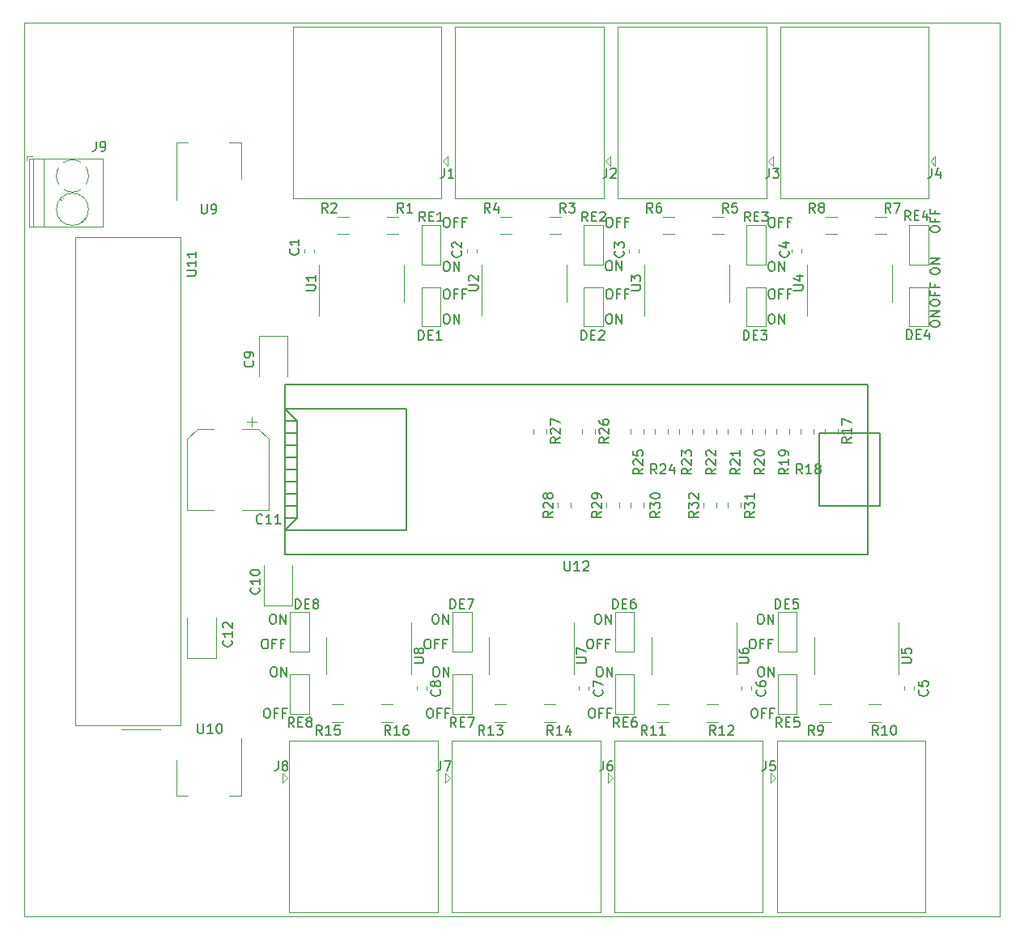
<source format=gbr>
G04 #@! TF.GenerationSoftware,KiCad,Pcbnew,(5.1.4-0-10_14)*
G04 #@! TF.CreationDate,2019-12-29T23:54:35-08:00*
G04 #@! TF.ProjectId,Mothership,4d6f7468-6572-4736-9869-702e6b696361,rev?*
G04 #@! TF.SameCoordinates,Original*
G04 #@! TF.FileFunction,Legend,Top*
G04 #@! TF.FilePolarity,Positive*
%FSLAX46Y46*%
G04 Gerber Fmt 4.6, Leading zero omitted, Abs format (unit mm)*
G04 Created by KiCad (PCBNEW (5.1.4-0-10_14)) date 2019-12-29 23:54:35*
%MOMM*%
%LPD*%
G04 APERTURE LIST*
%ADD10C,0.050000*%
%ADD11C,0.120000*%
%ADD12C,0.150000*%
G04 APERTURE END LIST*
D10*
X139750000Y-21500000D02*
X37750000Y-21500000D01*
X37750000Y-21500000D02*
X37750000Y-115000000D01*
X139750000Y-115000000D02*
X37750000Y-115000000D01*
X139750000Y-21500000D02*
X139750000Y-115000000D01*
D11*
X118500000Y-83200000D02*
X118500000Y-87300000D01*
X118500000Y-87300000D02*
X116500000Y-87300000D01*
X116500000Y-87300000D02*
X116500000Y-83200000D01*
X116500000Y-83200000D02*
X118500000Y-83200000D01*
X130250000Y-53300000D02*
X130250000Y-49200000D01*
X130250000Y-49200000D02*
X132250000Y-49200000D01*
X132250000Y-49200000D02*
X132250000Y-53300000D01*
X132250000Y-53300000D02*
X130250000Y-53300000D01*
X130250000Y-46800000D02*
X130250000Y-42700000D01*
X130250000Y-42700000D02*
X132250000Y-42700000D01*
X132250000Y-42700000D02*
X132250000Y-46800000D01*
X132250000Y-46800000D02*
X130250000Y-46800000D01*
X113250000Y-46800000D02*
X113250000Y-42700000D01*
X113250000Y-42700000D02*
X115250000Y-42700000D01*
X115250000Y-42700000D02*
X115250000Y-46800000D01*
X115250000Y-46800000D02*
X113250000Y-46800000D01*
X113250000Y-53300000D02*
X113250000Y-49200000D01*
X113250000Y-49200000D02*
X115250000Y-49200000D01*
X115250000Y-49200000D02*
X115250000Y-53300000D01*
X115250000Y-53300000D02*
X113250000Y-53300000D01*
X79250000Y-53300000D02*
X79250000Y-49200000D01*
X79250000Y-49200000D02*
X81250000Y-49200000D01*
X81250000Y-49200000D02*
X81250000Y-53300000D01*
X81250000Y-53300000D02*
X79250000Y-53300000D01*
X79250000Y-46800000D02*
X79250000Y-42700000D01*
X79250000Y-42700000D02*
X81250000Y-42700000D01*
X81250000Y-42700000D02*
X81250000Y-46800000D01*
X81250000Y-46800000D02*
X79250000Y-46800000D01*
X96250000Y-53300000D02*
X96250000Y-49200000D01*
X96250000Y-49200000D02*
X98250000Y-49200000D01*
X98250000Y-49200000D02*
X98250000Y-53300000D01*
X98250000Y-53300000D02*
X96250000Y-53300000D01*
X96250000Y-46800000D02*
X96250000Y-42700000D01*
X96250000Y-42700000D02*
X98250000Y-42700000D01*
X98250000Y-42700000D02*
X98250000Y-46800000D01*
X98250000Y-46800000D02*
X96250000Y-46800000D01*
X101500000Y-83200000D02*
X101500000Y-87300000D01*
X101500000Y-87300000D02*
X99500000Y-87300000D01*
X99500000Y-87300000D02*
X99500000Y-83200000D01*
X99500000Y-83200000D02*
X101500000Y-83200000D01*
X67500000Y-89700000D02*
X67500000Y-93800000D01*
X67500000Y-93800000D02*
X65500000Y-93800000D01*
X65500000Y-93800000D02*
X65500000Y-89700000D01*
X65500000Y-89700000D02*
X67500000Y-89700000D01*
X67500000Y-83200000D02*
X67500000Y-87300000D01*
X67500000Y-87300000D02*
X65500000Y-87300000D01*
X65500000Y-87300000D02*
X65500000Y-83200000D01*
X65500000Y-83200000D02*
X67500000Y-83200000D01*
X84500000Y-89700000D02*
X84500000Y-93800000D01*
X84500000Y-93800000D02*
X82500000Y-93800000D01*
X82500000Y-93800000D02*
X82500000Y-89700000D01*
X82500000Y-89700000D02*
X84500000Y-89700000D01*
X118500000Y-89700000D02*
X118500000Y-93800000D01*
X118500000Y-93800000D02*
X116500000Y-93800000D01*
X116500000Y-93800000D02*
X116500000Y-89700000D01*
X116500000Y-89700000D02*
X118500000Y-89700000D01*
X84500000Y-83200000D02*
X84500000Y-87300000D01*
X84500000Y-87300000D02*
X82500000Y-87300000D01*
X82500000Y-87300000D02*
X82500000Y-83200000D01*
X82500000Y-83200000D02*
X84500000Y-83200000D01*
X101500000Y-89700000D02*
X101500000Y-93800000D01*
X101500000Y-93800000D02*
X99500000Y-93800000D01*
X99500000Y-93800000D02*
X99500000Y-89700000D01*
X99500000Y-89700000D02*
X101500000Y-89700000D01*
X108720000Y-71741422D02*
X108720000Y-72258578D01*
X110140000Y-71741422D02*
X110140000Y-72258578D01*
X111260000Y-71741422D02*
X111260000Y-72258578D01*
X112680000Y-71741422D02*
X112680000Y-72258578D01*
X102520000Y-72258578D02*
X102520000Y-71741422D01*
X101100000Y-72258578D02*
X101100000Y-71741422D01*
X99980000Y-72258578D02*
X99980000Y-71741422D01*
X98560000Y-72258578D02*
X98560000Y-71741422D01*
X94900000Y-72258578D02*
X94900000Y-71741422D01*
X93480000Y-72258578D02*
X93480000Y-71741422D01*
X90940000Y-63991422D02*
X90940000Y-64508578D01*
X92360000Y-63991422D02*
X92360000Y-64508578D01*
X96020000Y-63991422D02*
X96020000Y-64508578D01*
X97440000Y-63991422D02*
X97440000Y-64508578D01*
X101100000Y-63991422D02*
X101100000Y-64508578D01*
X102520000Y-63991422D02*
X102520000Y-64508578D01*
X103640000Y-63991422D02*
X103640000Y-64508578D01*
X105060000Y-63991422D02*
X105060000Y-64508578D01*
X106180000Y-63991422D02*
X106180000Y-64508578D01*
X107600000Y-63991422D02*
X107600000Y-64508578D01*
X108720000Y-63991422D02*
X108720000Y-64508578D01*
X110140000Y-63991422D02*
X110140000Y-64508578D01*
X111260000Y-63991422D02*
X111260000Y-64508578D01*
X112680000Y-63991422D02*
X112680000Y-64508578D01*
X113800000Y-63991422D02*
X113800000Y-64508578D01*
X115220000Y-63991422D02*
X115220000Y-64508578D01*
X116340000Y-63991422D02*
X116340000Y-64508578D01*
X117760000Y-63991422D02*
X117760000Y-64508578D01*
X118880000Y-63991422D02*
X118880000Y-64508578D01*
X120300000Y-63991422D02*
X120300000Y-64508578D01*
X121420000Y-63991422D02*
X121420000Y-64508578D01*
X122840000Y-63991422D02*
X122840000Y-64508578D01*
X127254564Y-92840000D02*
X126050436Y-92840000D01*
X127254564Y-94660000D02*
X126050436Y-94660000D01*
X122089564Y-92840000D02*
X120885436Y-92840000D01*
X122089564Y-94660000D02*
X120885436Y-94660000D01*
X110254564Y-92840000D02*
X109050436Y-92840000D01*
X110254564Y-94660000D02*
X109050436Y-94660000D01*
X105089564Y-92840000D02*
X103885436Y-92840000D01*
X105089564Y-94660000D02*
X103885436Y-94660000D01*
X93254564Y-92840000D02*
X92050436Y-92840000D01*
X93254564Y-94660000D02*
X92050436Y-94660000D01*
X88089564Y-92840000D02*
X86885436Y-92840000D01*
X88089564Y-94660000D02*
X86885436Y-94660000D01*
X76254564Y-92840000D02*
X75050436Y-92840000D01*
X76254564Y-94660000D02*
X75050436Y-94660000D01*
X71089564Y-92840000D02*
X69885436Y-92840000D01*
X71089564Y-94660000D02*
X69885436Y-94660000D01*
X70495436Y-43660000D02*
X71699564Y-43660000D01*
X70495436Y-41840000D02*
X71699564Y-41840000D01*
X75660436Y-43660000D02*
X76864564Y-43660000D01*
X75660436Y-41840000D02*
X76864564Y-41840000D01*
X87495436Y-43660000D02*
X88699564Y-43660000D01*
X87495436Y-41840000D02*
X88699564Y-41840000D01*
X92660436Y-43660000D02*
X93864564Y-43660000D01*
X92660436Y-41840000D02*
X93864564Y-41840000D01*
X104495436Y-43660000D02*
X105699564Y-43660000D01*
X104495436Y-41840000D02*
X105699564Y-41840000D01*
X109660436Y-43660000D02*
X110864564Y-43660000D01*
X109660436Y-41840000D02*
X110864564Y-41840000D01*
X121495436Y-43660000D02*
X122699564Y-43660000D01*
X121495436Y-41840000D02*
X122699564Y-41840000D01*
X126660436Y-43660000D02*
X127864564Y-43660000D01*
X126660436Y-41840000D02*
X127864564Y-41840000D01*
X57760000Y-87960000D02*
X57760000Y-83750000D01*
X54740000Y-87960000D02*
X57760000Y-87960000D01*
X54740000Y-83750000D02*
X54740000Y-87960000D01*
X65760000Y-82460000D02*
X65760000Y-78250000D01*
X62740000Y-82460000D02*
X65760000Y-82460000D01*
X62740000Y-78250000D02*
X62740000Y-82460000D01*
X62240000Y-54290000D02*
X62240000Y-58500000D01*
X65260000Y-54290000D02*
X62240000Y-54290000D01*
X65260000Y-58500000D02*
X65260000Y-54290000D01*
X130760000Y-91287779D02*
X130760000Y-90962221D01*
X129740000Y-91287779D02*
X129740000Y-90962221D01*
X113760000Y-91287779D02*
X113760000Y-90962221D01*
X112740000Y-91287779D02*
X112740000Y-90962221D01*
X96760000Y-91287779D02*
X96760000Y-90962221D01*
X95740000Y-91287779D02*
X95740000Y-90962221D01*
X79760000Y-91287779D02*
X79760000Y-90962221D01*
X78740000Y-91287779D02*
X78740000Y-90962221D01*
X66990000Y-45212221D02*
X66990000Y-45537779D01*
X68010000Y-45212221D02*
X68010000Y-45537779D01*
X83990000Y-45212221D02*
X83990000Y-45537779D01*
X85010000Y-45212221D02*
X85010000Y-45537779D01*
X100990000Y-45212221D02*
X100990000Y-45537779D01*
X102010000Y-45212221D02*
X102010000Y-45537779D01*
X117990000Y-45212221D02*
X117990000Y-45537779D01*
X119010000Y-45212221D02*
X119010000Y-45537779D01*
X51900000Y-95420000D02*
X47900000Y-95420000D01*
X54020000Y-95040000D02*
X43080000Y-95040000D01*
X43080000Y-95040000D02*
X43080000Y-44000000D01*
X43080000Y-44000000D02*
X54020000Y-44000000D01*
X54020000Y-44000000D02*
X54020000Y-95040000D01*
D12*
X125940000Y-59360000D02*
X125940000Y-77140000D01*
X64980000Y-77140000D02*
X64980000Y-59360000D01*
X120860000Y-64440000D02*
X125940000Y-64440000D01*
X120860000Y-72060000D02*
X125940000Y-72060000D01*
X120860000Y-64440000D02*
X120860000Y-72060000D01*
X127210000Y-72060000D02*
X125940000Y-72060000D01*
X127210000Y-64440000D02*
X127210000Y-72060000D01*
X125940000Y-64440000D02*
X127210000Y-64440000D01*
X125940000Y-59360000D02*
X64980000Y-59360000D01*
X64980000Y-77140000D02*
X125940000Y-77140000D01*
X77680000Y-61900000D02*
X64980000Y-61900000D01*
X77680000Y-74600000D02*
X77680000Y-61900000D01*
X64980000Y-74600000D02*
X77680000Y-74600000D01*
X66250000Y-73330000D02*
X64980000Y-74600000D01*
X66250000Y-63170000D02*
X66250000Y-73330000D01*
X64980000Y-61900000D02*
X66250000Y-63170000D01*
X66250000Y-73330000D02*
X64980000Y-73330000D01*
X66250000Y-72060000D02*
X64980000Y-72060000D01*
X66250000Y-70790000D02*
X64980000Y-70790000D01*
X66250000Y-69520000D02*
X64980000Y-69520000D01*
X66250000Y-68250000D02*
X64980000Y-68250000D01*
X66250000Y-66980000D02*
X64980000Y-66980000D01*
X66250000Y-65710000D02*
X64980000Y-65710000D01*
X66250000Y-64440000D02*
X64980000Y-64440000D01*
X66250000Y-63170000D02*
X64980000Y-63170000D01*
D11*
X60410000Y-34090000D02*
X59150000Y-34090000D01*
X53590000Y-34090000D02*
X54850000Y-34090000D01*
X60410000Y-37850000D02*
X60410000Y-34090000D01*
X53590000Y-40100000D02*
X53590000Y-34090000D01*
X60410000Y-96400000D02*
X60410000Y-102410000D01*
X53590000Y-98650000D02*
X53590000Y-102410000D01*
X60410000Y-102410000D02*
X59150000Y-102410000D01*
X53590000Y-102410000D02*
X54850000Y-102410000D01*
X85565000Y-48750000D02*
X85565000Y-52200000D01*
X85565000Y-48750000D02*
X85565000Y-46800000D01*
X94435000Y-48750000D02*
X94435000Y-50700000D01*
X94435000Y-48750000D02*
X94435000Y-46800000D01*
X68565000Y-48750000D02*
X68565000Y-52200000D01*
X68565000Y-48750000D02*
X68565000Y-46800000D01*
X77435000Y-48750000D02*
X77435000Y-50700000D01*
X77435000Y-48750000D02*
X77435000Y-46800000D01*
X98315000Y-39880000D02*
X98315000Y-21920000D01*
X82795000Y-39880000D02*
X98315000Y-39880000D01*
X82795000Y-39880000D02*
X82795000Y-21920000D01*
X98315000Y-21920000D02*
X82795000Y-21920000D01*
X98500000Y-36000000D02*
X99000000Y-36500000D01*
X99000000Y-36500000D02*
X99000000Y-35500000D01*
X99000000Y-35500000D02*
X98500000Y-36000000D01*
X115315000Y-39880000D02*
X115315000Y-21920000D01*
X99795000Y-39880000D02*
X115315000Y-39880000D01*
X99795000Y-39880000D02*
X99795000Y-21920000D01*
X115315000Y-21920000D02*
X99795000Y-21920000D01*
X115500000Y-36000000D02*
X116000000Y-36500000D01*
X116000000Y-36500000D02*
X116000000Y-35500000D01*
X116000000Y-35500000D02*
X115500000Y-36000000D01*
X81315000Y-39880000D02*
X81315000Y-21920000D01*
X65795000Y-39880000D02*
X81315000Y-39880000D01*
X65795000Y-39880000D02*
X65795000Y-21920000D01*
X81315000Y-21920000D02*
X65795000Y-21920000D01*
X81500000Y-36000000D02*
X82000000Y-36500000D01*
X82000000Y-36500000D02*
X82000000Y-35500000D01*
X82000000Y-35500000D02*
X81500000Y-36000000D01*
X102565000Y-48750000D02*
X102565000Y-52200000D01*
X102565000Y-48750000D02*
X102565000Y-46800000D01*
X111435000Y-48750000D02*
X111435000Y-50700000D01*
X111435000Y-48750000D02*
X111435000Y-46800000D01*
X99435000Y-96620000D02*
X99435000Y-114580000D01*
X114955000Y-96620000D02*
X99435000Y-96620000D01*
X114955000Y-96620000D02*
X114955000Y-114580000D01*
X99435000Y-114580000D02*
X114955000Y-114580000D01*
X99250000Y-100500000D02*
X98750000Y-100000000D01*
X98750000Y-100000000D02*
X98750000Y-101000000D01*
X98750000Y-101000000D02*
X99250000Y-100500000D01*
X86315000Y-87750000D02*
X86315000Y-89700000D01*
X86315000Y-87750000D02*
X86315000Y-85800000D01*
X95185000Y-87750000D02*
X95185000Y-89700000D01*
X95185000Y-87750000D02*
X95185000Y-84300000D01*
X82435000Y-96620000D02*
X82435000Y-114580000D01*
X97955000Y-96620000D02*
X82435000Y-96620000D01*
X97955000Y-96620000D02*
X97955000Y-114580000D01*
X82435000Y-114580000D02*
X97955000Y-114580000D01*
X82250000Y-100500000D02*
X81750000Y-100000000D01*
X81750000Y-100000000D02*
X81750000Y-101000000D01*
X81750000Y-101000000D02*
X82250000Y-100500000D01*
X116435000Y-96620000D02*
X116435000Y-114580000D01*
X131955000Y-96620000D02*
X116435000Y-96620000D01*
X131955000Y-96620000D02*
X131955000Y-114580000D01*
X116435000Y-114580000D02*
X131955000Y-114580000D01*
X116250000Y-100500000D02*
X115750000Y-100000000D01*
X115750000Y-100000000D02*
X115750000Y-101000000D01*
X115750000Y-101000000D02*
X116250000Y-100500000D01*
X69315000Y-87750000D02*
X69315000Y-89700000D01*
X69315000Y-87750000D02*
X69315000Y-85800000D01*
X78185000Y-87750000D02*
X78185000Y-89700000D01*
X78185000Y-87750000D02*
X78185000Y-84300000D01*
X65435000Y-96620000D02*
X65435000Y-114580000D01*
X80955000Y-96620000D02*
X65435000Y-96620000D01*
X80955000Y-96620000D02*
X80955000Y-114580000D01*
X65435000Y-114580000D02*
X80955000Y-114580000D01*
X65250000Y-100500000D02*
X64750000Y-100000000D01*
X64750000Y-100000000D02*
X64750000Y-101000000D01*
X64750000Y-101000000D02*
X65250000Y-100500000D01*
X103315000Y-87750000D02*
X103315000Y-89700000D01*
X103315000Y-87750000D02*
X103315000Y-85800000D01*
X112185000Y-87750000D02*
X112185000Y-89700000D01*
X112185000Y-87750000D02*
X112185000Y-84300000D01*
X120315000Y-87750000D02*
X120315000Y-89700000D01*
X120315000Y-87750000D02*
X120315000Y-85800000D01*
X129185000Y-87750000D02*
X129185000Y-89700000D01*
X129185000Y-87750000D02*
X129185000Y-84300000D01*
X37950000Y-35500000D02*
X37950000Y-35900000D01*
X38590000Y-35500000D02*
X37950000Y-35500000D01*
X41809000Y-39905000D02*
X41681000Y-39776000D01*
X44025000Y-42120000D02*
X43931000Y-42026000D01*
X41569000Y-40075000D02*
X41476000Y-39981000D01*
X43819000Y-42325000D02*
X43691000Y-42196000D01*
X45910000Y-42860000D02*
X38190000Y-42860000D01*
X45910000Y-35740000D02*
X38190000Y-35740000D01*
X38190000Y-35740000D02*
X38190000Y-42860000D01*
X45910000Y-35740000D02*
X45910000Y-42860000D01*
X39750000Y-35740000D02*
X39750000Y-42860000D01*
X38650000Y-35740000D02*
X38650000Y-42860000D01*
X44430000Y-41050000D02*
G75*
G03X44430000Y-41050000I-1680000J0D01*
G01*
X41069901Y-37578674D02*
G75*
G02X41310000Y-36684000I1680099J28674D01*
G01*
X41860106Y-36124642D02*
G75*
G02X43616000Y-36110000I889894J-1425358D01*
G01*
X44175358Y-36660106D02*
G75*
G02X44190000Y-38416000I-1425358J-889894D01*
G01*
X43640193Y-38975505D02*
G75*
G02X41859000Y-38975000I-890193J1425505D01*
G01*
X41325279Y-38440264D02*
G75*
G02X41070000Y-37550000I1424721J890264D01*
G01*
X119565000Y-48750000D02*
X119565000Y-52200000D01*
X119565000Y-48750000D02*
X119565000Y-46800000D01*
X128435000Y-48750000D02*
X128435000Y-50700000D01*
X128435000Y-48750000D02*
X128435000Y-46800000D01*
X132315000Y-39880000D02*
X132315000Y-21920000D01*
X116795000Y-39880000D02*
X132315000Y-39880000D01*
X116795000Y-39880000D02*
X116795000Y-21920000D01*
X132315000Y-21920000D02*
X116795000Y-21920000D01*
X132500000Y-36000000D02*
X133000000Y-36500000D01*
X133000000Y-36500000D02*
X133000000Y-35500000D01*
X133000000Y-35500000D02*
X132500000Y-36000000D01*
X54740000Y-72510000D02*
X57490000Y-72510000D01*
X63260000Y-72510000D02*
X60510000Y-72510000D01*
X63260000Y-65054437D02*
X63260000Y-72510000D01*
X54740000Y-65054437D02*
X54740000Y-72510000D01*
X55804437Y-63990000D02*
X57490000Y-63990000D01*
X62195563Y-63990000D02*
X60510000Y-63990000D01*
X62195563Y-63990000D02*
X63260000Y-65054437D01*
X55804437Y-63990000D02*
X54740000Y-65054437D01*
X61510000Y-62750000D02*
X61510000Y-63750000D01*
X62010000Y-63250000D02*
X61010000Y-63250000D01*
D12*
X116259523Y-82802380D02*
X116259523Y-81802380D01*
X116497619Y-81802380D01*
X116640476Y-81850000D01*
X116735714Y-81945238D01*
X116783333Y-82040476D01*
X116830952Y-82230952D01*
X116830952Y-82373809D01*
X116783333Y-82564285D01*
X116735714Y-82659523D01*
X116640476Y-82754761D01*
X116497619Y-82802380D01*
X116259523Y-82802380D01*
X117259523Y-82278571D02*
X117592857Y-82278571D01*
X117735714Y-82802380D02*
X117259523Y-82802380D01*
X117259523Y-81802380D01*
X117735714Y-81802380D01*
X118640476Y-81802380D02*
X118164285Y-81802380D01*
X118116666Y-82278571D01*
X118164285Y-82230952D01*
X118259523Y-82183333D01*
X118497619Y-82183333D01*
X118592857Y-82230952D01*
X118640476Y-82278571D01*
X118688095Y-82373809D01*
X118688095Y-82611904D01*
X118640476Y-82707142D01*
X118592857Y-82754761D01*
X118497619Y-82802380D01*
X118259523Y-82802380D01*
X118164285Y-82754761D01*
X118116666Y-82707142D01*
X113797619Y-86002380D02*
X113988095Y-86002380D01*
X114083333Y-86050000D01*
X114178571Y-86145238D01*
X114226190Y-86335714D01*
X114226190Y-86669047D01*
X114178571Y-86859523D01*
X114083333Y-86954761D01*
X113988095Y-87002380D01*
X113797619Y-87002380D01*
X113702380Y-86954761D01*
X113607142Y-86859523D01*
X113559523Y-86669047D01*
X113559523Y-86335714D01*
X113607142Y-86145238D01*
X113702380Y-86050000D01*
X113797619Y-86002380D01*
X114988095Y-86478571D02*
X114654761Y-86478571D01*
X114654761Y-87002380D02*
X114654761Y-86002380D01*
X115130952Y-86002380D01*
X115845238Y-86478571D02*
X115511904Y-86478571D01*
X115511904Y-87002380D02*
X115511904Y-86002380D01*
X115988095Y-86002380D01*
X114630952Y-83402380D02*
X114821428Y-83402380D01*
X114916666Y-83450000D01*
X115011904Y-83545238D01*
X115059523Y-83735714D01*
X115059523Y-84069047D01*
X115011904Y-84259523D01*
X114916666Y-84354761D01*
X114821428Y-84402380D01*
X114630952Y-84402380D01*
X114535714Y-84354761D01*
X114440476Y-84259523D01*
X114392857Y-84069047D01*
X114392857Y-83735714D01*
X114440476Y-83545238D01*
X114535714Y-83450000D01*
X114630952Y-83402380D01*
X115488095Y-84402380D02*
X115488095Y-83402380D01*
X116059523Y-84402380D01*
X116059523Y-83402380D01*
X130009523Y-54652380D02*
X130009523Y-53652380D01*
X130247619Y-53652380D01*
X130390476Y-53700000D01*
X130485714Y-53795238D01*
X130533333Y-53890476D01*
X130580952Y-54080952D01*
X130580952Y-54223809D01*
X130533333Y-54414285D01*
X130485714Y-54509523D01*
X130390476Y-54604761D01*
X130247619Y-54652380D01*
X130009523Y-54652380D01*
X131009523Y-54128571D02*
X131342857Y-54128571D01*
X131485714Y-54652380D02*
X131009523Y-54652380D01*
X131009523Y-53652380D01*
X131485714Y-53652380D01*
X132342857Y-53985714D02*
X132342857Y-54652380D01*
X132104761Y-53604761D02*
X131866666Y-54319047D01*
X132485714Y-54319047D01*
X132452380Y-50902380D02*
X132452380Y-50711904D01*
X132500000Y-50616666D01*
X132595238Y-50521428D01*
X132785714Y-50473809D01*
X133119047Y-50473809D01*
X133309523Y-50521428D01*
X133404761Y-50616666D01*
X133452380Y-50711904D01*
X133452380Y-50902380D01*
X133404761Y-50997619D01*
X133309523Y-51092857D01*
X133119047Y-51140476D01*
X132785714Y-51140476D01*
X132595238Y-51092857D01*
X132500000Y-50997619D01*
X132452380Y-50902380D01*
X132928571Y-49711904D02*
X132928571Y-50045238D01*
X133452380Y-50045238D02*
X132452380Y-50045238D01*
X132452380Y-49569047D01*
X132928571Y-48854761D02*
X132928571Y-49188095D01*
X133452380Y-49188095D02*
X132452380Y-49188095D01*
X132452380Y-48711904D01*
X132452380Y-53119047D02*
X132452380Y-52928571D01*
X132500000Y-52833333D01*
X132595238Y-52738095D01*
X132785714Y-52690476D01*
X133119047Y-52690476D01*
X133309523Y-52738095D01*
X133404761Y-52833333D01*
X133452380Y-52928571D01*
X133452380Y-53119047D01*
X133404761Y-53214285D01*
X133309523Y-53309523D01*
X133119047Y-53357142D01*
X132785714Y-53357142D01*
X132595238Y-53309523D01*
X132500000Y-53214285D01*
X132452380Y-53119047D01*
X133452380Y-52261904D02*
X132452380Y-52261904D01*
X133452380Y-51690476D01*
X132452380Y-51690476D01*
X130380952Y-42202380D02*
X130047619Y-41726190D01*
X129809523Y-42202380D02*
X129809523Y-41202380D01*
X130190476Y-41202380D01*
X130285714Y-41250000D01*
X130333333Y-41297619D01*
X130380952Y-41392857D01*
X130380952Y-41535714D01*
X130333333Y-41630952D01*
X130285714Y-41678571D01*
X130190476Y-41726190D01*
X129809523Y-41726190D01*
X130809523Y-41678571D02*
X131142857Y-41678571D01*
X131285714Y-42202380D02*
X130809523Y-42202380D01*
X130809523Y-41202380D01*
X131285714Y-41202380D01*
X132142857Y-41535714D02*
X132142857Y-42202380D01*
X131904761Y-41154761D02*
X131666666Y-41869047D01*
X132285714Y-41869047D01*
X132452380Y-43202380D02*
X132452380Y-43011904D01*
X132500000Y-42916666D01*
X132595238Y-42821428D01*
X132785714Y-42773809D01*
X133119047Y-42773809D01*
X133309523Y-42821428D01*
X133404761Y-42916666D01*
X133452380Y-43011904D01*
X133452380Y-43202380D01*
X133404761Y-43297619D01*
X133309523Y-43392857D01*
X133119047Y-43440476D01*
X132785714Y-43440476D01*
X132595238Y-43392857D01*
X132500000Y-43297619D01*
X132452380Y-43202380D01*
X132928571Y-42011904D02*
X132928571Y-42345238D01*
X133452380Y-42345238D02*
X132452380Y-42345238D01*
X132452380Y-41869047D01*
X132928571Y-41154761D02*
X132928571Y-41488095D01*
X133452380Y-41488095D02*
X132452380Y-41488095D01*
X132452380Y-41011904D01*
X132452380Y-47619047D02*
X132452380Y-47428571D01*
X132500000Y-47333333D01*
X132595238Y-47238095D01*
X132785714Y-47190476D01*
X133119047Y-47190476D01*
X133309523Y-47238095D01*
X133404761Y-47333333D01*
X133452380Y-47428571D01*
X133452380Y-47619047D01*
X133404761Y-47714285D01*
X133309523Y-47809523D01*
X133119047Y-47857142D01*
X132785714Y-47857142D01*
X132595238Y-47809523D01*
X132500000Y-47714285D01*
X132452380Y-47619047D01*
X133452380Y-46761904D02*
X132452380Y-46761904D01*
X133452380Y-46190476D01*
X132452380Y-46190476D01*
X113630952Y-42302380D02*
X113297619Y-41826190D01*
X113059523Y-42302380D02*
X113059523Y-41302380D01*
X113440476Y-41302380D01*
X113535714Y-41350000D01*
X113583333Y-41397619D01*
X113630952Y-41492857D01*
X113630952Y-41635714D01*
X113583333Y-41730952D01*
X113535714Y-41778571D01*
X113440476Y-41826190D01*
X113059523Y-41826190D01*
X114059523Y-41778571D02*
X114392857Y-41778571D01*
X114535714Y-42302380D02*
X114059523Y-42302380D01*
X114059523Y-41302380D01*
X114535714Y-41302380D01*
X114869047Y-41302380D02*
X115488095Y-41302380D01*
X115154761Y-41683333D01*
X115297619Y-41683333D01*
X115392857Y-41730952D01*
X115440476Y-41778571D01*
X115488095Y-41873809D01*
X115488095Y-42111904D01*
X115440476Y-42207142D01*
X115392857Y-42254761D01*
X115297619Y-42302380D01*
X115011904Y-42302380D01*
X114916666Y-42254761D01*
X114869047Y-42207142D01*
X115797619Y-41902380D02*
X115988095Y-41902380D01*
X116083333Y-41950000D01*
X116178571Y-42045238D01*
X116226190Y-42235714D01*
X116226190Y-42569047D01*
X116178571Y-42759523D01*
X116083333Y-42854761D01*
X115988095Y-42902380D01*
X115797619Y-42902380D01*
X115702380Y-42854761D01*
X115607142Y-42759523D01*
X115559523Y-42569047D01*
X115559523Y-42235714D01*
X115607142Y-42045238D01*
X115702380Y-41950000D01*
X115797619Y-41902380D01*
X116988095Y-42378571D02*
X116654761Y-42378571D01*
X116654761Y-42902380D02*
X116654761Y-41902380D01*
X117130952Y-41902380D01*
X117845238Y-42378571D02*
X117511904Y-42378571D01*
X117511904Y-42902380D02*
X117511904Y-41902380D01*
X117988095Y-41902380D01*
X115780952Y-46502380D02*
X115971428Y-46502380D01*
X116066666Y-46550000D01*
X116161904Y-46645238D01*
X116209523Y-46835714D01*
X116209523Y-47169047D01*
X116161904Y-47359523D01*
X116066666Y-47454761D01*
X115971428Y-47502380D01*
X115780952Y-47502380D01*
X115685714Y-47454761D01*
X115590476Y-47359523D01*
X115542857Y-47169047D01*
X115542857Y-46835714D01*
X115590476Y-46645238D01*
X115685714Y-46550000D01*
X115780952Y-46502380D01*
X116638095Y-47502380D02*
X116638095Y-46502380D01*
X117209523Y-47502380D01*
X117209523Y-46502380D01*
X112959523Y-54702380D02*
X112959523Y-53702380D01*
X113197619Y-53702380D01*
X113340476Y-53750000D01*
X113435714Y-53845238D01*
X113483333Y-53940476D01*
X113530952Y-54130952D01*
X113530952Y-54273809D01*
X113483333Y-54464285D01*
X113435714Y-54559523D01*
X113340476Y-54654761D01*
X113197619Y-54702380D01*
X112959523Y-54702380D01*
X113959523Y-54178571D02*
X114292857Y-54178571D01*
X114435714Y-54702380D02*
X113959523Y-54702380D01*
X113959523Y-53702380D01*
X114435714Y-53702380D01*
X114769047Y-53702380D02*
X115388095Y-53702380D01*
X115054761Y-54083333D01*
X115197619Y-54083333D01*
X115292857Y-54130952D01*
X115340476Y-54178571D01*
X115388095Y-54273809D01*
X115388095Y-54511904D01*
X115340476Y-54607142D01*
X115292857Y-54654761D01*
X115197619Y-54702380D01*
X114911904Y-54702380D01*
X114816666Y-54654761D01*
X114769047Y-54607142D01*
X115797619Y-49402380D02*
X115988095Y-49402380D01*
X116083333Y-49450000D01*
X116178571Y-49545238D01*
X116226190Y-49735714D01*
X116226190Y-50069047D01*
X116178571Y-50259523D01*
X116083333Y-50354761D01*
X115988095Y-50402380D01*
X115797619Y-50402380D01*
X115702380Y-50354761D01*
X115607142Y-50259523D01*
X115559523Y-50069047D01*
X115559523Y-49735714D01*
X115607142Y-49545238D01*
X115702380Y-49450000D01*
X115797619Y-49402380D01*
X116988095Y-49878571D02*
X116654761Y-49878571D01*
X116654761Y-50402380D02*
X116654761Y-49402380D01*
X117130952Y-49402380D01*
X117845238Y-49878571D02*
X117511904Y-49878571D01*
X117511904Y-50402380D02*
X117511904Y-49402380D01*
X117988095Y-49402380D01*
X115780952Y-52002380D02*
X115971428Y-52002380D01*
X116066666Y-52050000D01*
X116161904Y-52145238D01*
X116209523Y-52335714D01*
X116209523Y-52669047D01*
X116161904Y-52859523D01*
X116066666Y-52954761D01*
X115971428Y-53002380D01*
X115780952Y-53002380D01*
X115685714Y-52954761D01*
X115590476Y-52859523D01*
X115542857Y-52669047D01*
X115542857Y-52335714D01*
X115590476Y-52145238D01*
X115685714Y-52050000D01*
X115780952Y-52002380D01*
X116638095Y-53002380D02*
X116638095Y-52002380D01*
X117209523Y-53002380D01*
X117209523Y-52002380D01*
X78959523Y-54702380D02*
X78959523Y-53702380D01*
X79197619Y-53702380D01*
X79340476Y-53750000D01*
X79435714Y-53845238D01*
X79483333Y-53940476D01*
X79530952Y-54130952D01*
X79530952Y-54273809D01*
X79483333Y-54464285D01*
X79435714Y-54559523D01*
X79340476Y-54654761D01*
X79197619Y-54702380D01*
X78959523Y-54702380D01*
X79959523Y-54178571D02*
X80292857Y-54178571D01*
X80435714Y-54702380D02*
X79959523Y-54702380D01*
X79959523Y-53702380D01*
X80435714Y-53702380D01*
X81388095Y-54702380D02*
X80816666Y-54702380D01*
X81102380Y-54702380D02*
X81102380Y-53702380D01*
X81007142Y-53845238D01*
X80911904Y-53940476D01*
X80816666Y-53988095D01*
X81797619Y-49402380D02*
X81988095Y-49402380D01*
X82083333Y-49450000D01*
X82178571Y-49545238D01*
X82226190Y-49735714D01*
X82226190Y-50069047D01*
X82178571Y-50259523D01*
X82083333Y-50354761D01*
X81988095Y-50402380D01*
X81797619Y-50402380D01*
X81702380Y-50354761D01*
X81607142Y-50259523D01*
X81559523Y-50069047D01*
X81559523Y-49735714D01*
X81607142Y-49545238D01*
X81702380Y-49450000D01*
X81797619Y-49402380D01*
X82988095Y-49878571D02*
X82654761Y-49878571D01*
X82654761Y-50402380D02*
X82654761Y-49402380D01*
X83130952Y-49402380D01*
X83845238Y-49878571D02*
X83511904Y-49878571D01*
X83511904Y-50402380D02*
X83511904Y-49402380D01*
X83988095Y-49402380D01*
X81780952Y-52002380D02*
X81971428Y-52002380D01*
X82066666Y-52050000D01*
X82161904Y-52145238D01*
X82209523Y-52335714D01*
X82209523Y-52669047D01*
X82161904Y-52859523D01*
X82066666Y-52954761D01*
X81971428Y-53002380D01*
X81780952Y-53002380D01*
X81685714Y-52954761D01*
X81590476Y-52859523D01*
X81542857Y-52669047D01*
X81542857Y-52335714D01*
X81590476Y-52145238D01*
X81685714Y-52050000D01*
X81780952Y-52002380D01*
X82638095Y-53002380D02*
X82638095Y-52002380D01*
X83209523Y-53002380D01*
X83209523Y-52002380D01*
X79630952Y-42302380D02*
X79297619Y-41826190D01*
X79059523Y-42302380D02*
X79059523Y-41302380D01*
X79440476Y-41302380D01*
X79535714Y-41350000D01*
X79583333Y-41397619D01*
X79630952Y-41492857D01*
X79630952Y-41635714D01*
X79583333Y-41730952D01*
X79535714Y-41778571D01*
X79440476Y-41826190D01*
X79059523Y-41826190D01*
X80059523Y-41778571D02*
X80392857Y-41778571D01*
X80535714Y-42302380D02*
X80059523Y-42302380D01*
X80059523Y-41302380D01*
X80535714Y-41302380D01*
X81488095Y-42302380D02*
X80916666Y-42302380D01*
X81202380Y-42302380D02*
X81202380Y-41302380D01*
X81107142Y-41445238D01*
X81011904Y-41540476D01*
X80916666Y-41588095D01*
X81797619Y-41902380D02*
X81988095Y-41902380D01*
X82083333Y-41950000D01*
X82178571Y-42045238D01*
X82226190Y-42235714D01*
X82226190Y-42569047D01*
X82178571Y-42759523D01*
X82083333Y-42854761D01*
X81988095Y-42902380D01*
X81797619Y-42902380D01*
X81702380Y-42854761D01*
X81607142Y-42759523D01*
X81559523Y-42569047D01*
X81559523Y-42235714D01*
X81607142Y-42045238D01*
X81702380Y-41950000D01*
X81797619Y-41902380D01*
X82988095Y-42378571D02*
X82654761Y-42378571D01*
X82654761Y-42902380D02*
X82654761Y-41902380D01*
X83130952Y-41902380D01*
X83845238Y-42378571D02*
X83511904Y-42378571D01*
X83511904Y-42902380D02*
X83511904Y-41902380D01*
X83988095Y-41902380D01*
X81780952Y-46502380D02*
X81971428Y-46502380D01*
X82066666Y-46550000D01*
X82161904Y-46645238D01*
X82209523Y-46835714D01*
X82209523Y-47169047D01*
X82161904Y-47359523D01*
X82066666Y-47454761D01*
X81971428Y-47502380D01*
X81780952Y-47502380D01*
X81685714Y-47454761D01*
X81590476Y-47359523D01*
X81542857Y-47169047D01*
X81542857Y-46835714D01*
X81590476Y-46645238D01*
X81685714Y-46550000D01*
X81780952Y-46502380D01*
X82638095Y-47502380D02*
X82638095Y-46502380D01*
X83209523Y-47502380D01*
X83209523Y-46502380D01*
X95959523Y-54702380D02*
X95959523Y-53702380D01*
X96197619Y-53702380D01*
X96340476Y-53750000D01*
X96435714Y-53845238D01*
X96483333Y-53940476D01*
X96530952Y-54130952D01*
X96530952Y-54273809D01*
X96483333Y-54464285D01*
X96435714Y-54559523D01*
X96340476Y-54654761D01*
X96197619Y-54702380D01*
X95959523Y-54702380D01*
X96959523Y-54178571D02*
X97292857Y-54178571D01*
X97435714Y-54702380D02*
X96959523Y-54702380D01*
X96959523Y-53702380D01*
X97435714Y-53702380D01*
X97816666Y-53797619D02*
X97864285Y-53750000D01*
X97959523Y-53702380D01*
X98197619Y-53702380D01*
X98292857Y-53750000D01*
X98340476Y-53797619D01*
X98388095Y-53892857D01*
X98388095Y-53988095D01*
X98340476Y-54130952D01*
X97769047Y-54702380D01*
X98388095Y-54702380D01*
X98797619Y-49402380D02*
X98988095Y-49402380D01*
X99083333Y-49450000D01*
X99178571Y-49545238D01*
X99226190Y-49735714D01*
X99226190Y-50069047D01*
X99178571Y-50259523D01*
X99083333Y-50354761D01*
X98988095Y-50402380D01*
X98797619Y-50402380D01*
X98702380Y-50354761D01*
X98607142Y-50259523D01*
X98559523Y-50069047D01*
X98559523Y-49735714D01*
X98607142Y-49545238D01*
X98702380Y-49450000D01*
X98797619Y-49402380D01*
X99988095Y-49878571D02*
X99654761Y-49878571D01*
X99654761Y-50402380D02*
X99654761Y-49402380D01*
X100130952Y-49402380D01*
X100845238Y-49878571D02*
X100511904Y-49878571D01*
X100511904Y-50402380D02*
X100511904Y-49402380D01*
X100988095Y-49402380D01*
X98780952Y-52002380D02*
X98971428Y-52002380D01*
X99066666Y-52050000D01*
X99161904Y-52145238D01*
X99209523Y-52335714D01*
X99209523Y-52669047D01*
X99161904Y-52859523D01*
X99066666Y-52954761D01*
X98971428Y-53002380D01*
X98780952Y-53002380D01*
X98685714Y-52954761D01*
X98590476Y-52859523D01*
X98542857Y-52669047D01*
X98542857Y-52335714D01*
X98590476Y-52145238D01*
X98685714Y-52050000D01*
X98780952Y-52002380D01*
X99638095Y-53002380D02*
X99638095Y-52002380D01*
X100209523Y-53002380D01*
X100209523Y-52002380D01*
X96630952Y-42302380D02*
X96297619Y-41826190D01*
X96059523Y-42302380D02*
X96059523Y-41302380D01*
X96440476Y-41302380D01*
X96535714Y-41350000D01*
X96583333Y-41397619D01*
X96630952Y-41492857D01*
X96630952Y-41635714D01*
X96583333Y-41730952D01*
X96535714Y-41778571D01*
X96440476Y-41826190D01*
X96059523Y-41826190D01*
X97059523Y-41778571D02*
X97392857Y-41778571D01*
X97535714Y-42302380D02*
X97059523Y-42302380D01*
X97059523Y-41302380D01*
X97535714Y-41302380D01*
X97916666Y-41397619D02*
X97964285Y-41350000D01*
X98059523Y-41302380D01*
X98297619Y-41302380D01*
X98392857Y-41350000D01*
X98440476Y-41397619D01*
X98488095Y-41492857D01*
X98488095Y-41588095D01*
X98440476Y-41730952D01*
X97869047Y-42302380D01*
X98488095Y-42302380D01*
X98797619Y-41902380D02*
X98988095Y-41902380D01*
X99083333Y-41950000D01*
X99178571Y-42045238D01*
X99226190Y-42235714D01*
X99226190Y-42569047D01*
X99178571Y-42759523D01*
X99083333Y-42854761D01*
X98988095Y-42902380D01*
X98797619Y-42902380D01*
X98702380Y-42854761D01*
X98607142Y-42759523D01*
X98559523Y-42569047D01*
X98559523Y-42235714D01*
X98607142Y-42045238D01*
X98702380Y-41950000D01*
X98797619Y-41902380D01*
X99988095Y-42378571D02*
X99654761Y-42378571D01*
X99654761Y-42902380D02*
X99654761Y-41902380D01*
X100130952Y-41902380D01*
X100845238Y-42378571D02*
X100511904Y-42378571D01*
X100511904Y-42902380D02*
X100511904Y-41902380D01*
X100988095Y-41902380D01*
X98780952Y-46452380D02*
X98971428Y-46452380D01*
X99066666Y-46500000D01*
X99161904Y-46595238D01*
X99209523Y-46785714D01*
X99209523Y-47119047D01*
X99161904Y-47309523D01*
X99066666Y-47404761D01*
X98971428Y-47452380D01*
X98780952Y-47452380D01*
X98685714Y-47404761D01*
X98590476Y-47309523D01*
X98542857Y-47119047D01*
X98542857Y-46785714D01*
X98590476Y-46595238D01*
X98685714Y-46500000D01*
X98780952Y-46452380D01*
X99638095Y-47452380D02*
X99638095Y-46452380D01*
X100209523Y-47452380D01*
X100209523Y-46452380D01*
X99259523Y-82802380D02*
X99259523Y-81802380D01*
X99497619Y-81802380D01*
X99640476Y-81850000D01*
X99735714Y-81945238D01*
X99783333Y-82040476D01*
X99830952Y-82230952D01*
X99830952Y-82373809D01*
X99783333Y-82564285D01*
X99735714Y-82659523D01*
X99640476Y-82754761D01*
X99497619Y-82802380D01*
X99259523Y-82802380D01*
X100259523Y-82278571D02*
X100592857Y-82278571D01*
X100735714Y-82802380D02*
X100259523Y-82802380D01*
X100259523Y-81802380D01*
X100735714Y-81802380D01*
X101592857Y-81802380D02*
X101402380Y-81802380D01*
X101307142Y-81850000D01*
X101259523Y-81897619D01*
X101164285Y-82040476D01*
X101116666Y-82230952D01*
X101116666Y-82611904D01*
X101164285Y-82707142D01*
X101211904Y-82754761D01*
X101307142Y-82802380D01*
X101497619Y-82802380D01*
X101592857Y-82754761D01*
X101640476Y-82707142D01*
X101688095Y-82611904D01*
X101688095Y-82373809D01*
X101640476Y-82278571D01*
X101592857Y-82230952D01*
X101497619Y-82183333D01*
X101307142Y-82183333D01*
X101211904Y-82230952D01*
X101164285Y-82278571D01*
X101116666Y-82373809D01*
X96797619Y-86002380D02*
X96988095Y-86002380D01*
X97083333Y-86050000D01*
X97178571Y-86145238D01*
X97226190Y-86335714D01*
X97226190Y-86669047D01*
X97178571Y-86859523D01*
X97083333Y-86954761D01*
X96988095Y-87002380D01*
X96797619Y-87002380D01*
X96702380Y-86954761D01*
X96607142Y-86859523D01*
X96559523Y-86669047D01*
X96559523Y-86335714D01*
X96607142Y-86145238D01*
X96702380Y-86050000D01*
X96797619Y-86002380D01*
X97988095Y-86478571D02*
X97654761Y-86478571D01*
X97654761Y-87002380D02*
X97654761Y-86002380D01*
X98130952Y-86002380D01*
X98845238Y-86478571D02*
X98511904Y-86478571D01*
X98511904Y-87002380D02*
X98511904Y-86002380D01*
X98988095Y-86002380D01*
X97630952Y-83402380D02*
X97821428Y-83402380D01*
X97916666Y-83450000D01*
X98011904Y-83545238D01*
X98059523Y-83735714D01*
X98059523Y-84069047D01*
X98011904Y-84259523D01*
X97916666Y-84354761D01*
X97821428Y-84402380D01*
X97630952Y-84402380D01*
X97535714Y-84354761D01*
X97440476Y-84259523D01*
X97392857Y-84069047D01*
X97392857Y-83735714D01*
X97440476Y-83545238D01*
X97535714Y-83450000D01*
X97630952Y-83402380D01*
X98488095Y-84402380D02*
X98488095Y-83402380D01*
X99059523Y-84402380D01*
X99059523Y-83402380D01*
X65930952Y-95202380D02*
X65597619Y-94726190D01*
X65359523Y-95202380D02*
X65359523Y-94202380D01*
X65740476Y-94202380D01*
X65835714Y-94250000D01*
X65883333Y-94297619D01*
X65930952Y-94392857D01*
X65930952Y-94535714D01*
X65883333Y-94630952D01*
X65835714Y-94678571D01*
X65740476Y-94726190D01*
X65359523Y-94726190D01*
X66359523Y-94678571D02*
X66692857Y-94678571D01*
X66835714Y-95202380D02*
X66359523Y-95202380D01*
X66359523Y-94202380D01*
X66835714Y-94202380D01*
X67407142Y-94630952D02*
X67311904Y-94583333D01*
X67264285Y-94535714D01*
X67216666Y-94440476D01*
X67216666Y-94392857D01*
X67264285Y-94297619D01*
X67311904Y-94250000D01*
X67407142Y-94202380D01*
X67597619Y-94202380D01*
X67692857Y-94250000D01*
X67740476Y-94297619D01*
X67788095Y-94392857D01*
X67788095Y-94440476D01*
X67740476Y-94535714D01*
X67692857Y-94583333D01*
X67597619Y-94630952D01*
X67407142Y-94630952D01*
X67311904Y-94678571D01*
X67264285Y-94726190D01*
X67216666Y-94821428D01*
X67216666Y-95011904D01*
X67264285Y-95107142D01*
X67311904Y-95154761D01*
X67407142Y-95202380D01*
X67597619Y-95202380D01*
X67692857Y-95154761D01*
X67740476Y-95107142D01*
X67788095Y-95011904D01*
X67788095Y-94821428D01*
X67740476Y-94726190D01*
X67692857Y-94678571D01*
X67597619Y-94630952D01*
X62997619Y-93252380D02*
X63188095Y-93252380D01*
X63283333Y-93300000D01*
X63378571Y-93395238D01*
X63426190Y-93585714D01*
X63426190Y-93919047D01*
X63378571Y-94109523D01*
X63283333Y-94204761D01*
X63188095Y-94252380D01*
X62997619Y-94252380D01*
X62902380Y-94204761D01*
X62807142Y-94109523D01*
X62759523Y-93919047D01*
X62759523Y-93585714D01*
X62807142Y-93395238D01*
X62902380Y-93300000D01*
X62997619Y-93252380D01*
X64188095Y-93728571D02*
X63854761Y-93728571D01*
X63854761Y-94252380D02*
X63854761Y-93252380D01*
X64330952Y-93252380D01*
X65045238Y-93728571D02*
X64711904Y-93728571D01*
X64711904Y-94252380D02*
X64711904Y-93252380D01*
X65188095Y-93252380D01*
X63730952Y-88902380D02*
X63921428Y-88902380D01*
X64016666Y-88950000D01*
X64111904Y-89045238D01*
X64159523Y-89235714D01*
X64159523Y-89569047D01*
X64111904Y-89759523D01*
X64016666Y-89854761D01*
X63921428Y-89902380D01*
X63730952Y-89902380D01*
X63635714Y-89854761D01*
X63540476Y-89759523D01*
X63492857Y-89569047D01*
X63492857Y-89235714D01*
X63540476Y-89045238D01*
X63635714Y-88950000D01*
X63730952Y-88902380D01*
X64588095Y-89902380D02*
X64588095Y-88902380D01*
X65159523Y-89902380D01*
X65159523Y-88902380D01*
X66059523Y-82802380D02*
X66059523Y-81802380D01*
X66297619Y-81802380D01*
X66440476Y-81850000D01*
X66535714Y-81945238D01*
X66583333Y-82040476D01*
X66630952Y-82230952D01*
X66630952Y-82373809D01*
X66583333Y-82564285D01*
X66535714Y-82659523D01*
X66440476Y-82754761D01*
X66297619Y-82802380D01*
X66059523Y-82802380D01*
X67059523Y-82278571D02*
X67392857Y-82278571D01*
X67535714Y-82802380D02*
X67059523Y-82802380D01*
X67059523Y-81802380D01*
X67535714Y-81802380D01*
X68107142Y-82230952D02*
X68011904Y-82183333D01*
X67964285Y-82135714D01*
X67916666Y-82040476D01*
X67916666Y-81992857D01*
X67964285Y-81897619D01*
X68011904Y-81850000D01*
X68107142Y-81802380D01*
X68297619Y-81802380D01*
X68392857Y-81850000D01*
X68440476Y-81897619D01*
X68488095Y-81992857D01*
X68488095Y-82040476D01*
X68440476Y-82135714D01*
X68392857Y-82183333D01*
X68297619Y-82230952D01*
X68107142Y-82230952D01*
X68011904Y-82278571D01*
X67964285Y-82326190D01*
X67916666Y-82421428D01*
X67916666Y-82611904D01*
X67964285Y-82707142D01*
X68011904Y-82754761D01*
X68107142Y-82802380D01*
X68297619Y-82802380D01*
X68392857Y-82754761D01*
X68440476Y-82707142D01*
X68488095Y-82611904D01*
X68488095Y-82421428D01*
X68440476Y-82326190D01*
X68392857Y-82278571D01*
X68297619Y-82230952D01*
X62797619Y-86002380D02*
X62988095Y-86002380D01*
X63083333Y-86050000D01*
X63178571Y-86145238D01*
X63226190Y-86335714D01*
X63226190Y-86669047D01*
X63178571Y-86859523D01*
X63083333Y-86954761D01*
X62988095Y-87002380D01*
X62797619Y-87002380D01*
X62702380Y-86954761D01*
X62607142Y-86859523D01*
X62559523Y-86669047D01*
X62559523Y-86335714D01*
X62607142Y-86145238D01*
X62702380Y-86050000D01*
X62797619Y-86002380D01*
X63988095Y-86478571D02*
X63654761Y-86478571D01*
X63654761Y-87002380D02*
X63654761Y-86002380D01*
X64130952Y-86002380D01*
X64845238Y-86478571D02*
X64511904Y-86478571D01*
X64511904Y-87002380D02*
X64511904Y-86002380D01*
X64988095Y-86002380D01*
X63630952Y-83402380D02*
X63821428Y-83402380D01*
X63916666Y-83450000D01*
X64011904Y-83545238D01*
X64059523Y-83735714D01*
X64059523Y-84069047D01*
X64011904Y-84259523D01*
X63916666Y-84354761D01*
X63821428Y-84402380D01*
X63630952Y-84402380D01*
X63535714Y-84354761D01*
X63440476Y-84259523D01*
X63392857Y-84069047D01*
X63392857Y-83735714D01*
X63440476Y-83545238D01*
X63535714Y-83450000D01*
X63630952Y-83402380D01*
X64488095Y-84402380D02*
X64488095Y-83402380D01*
X65059523Y-84402380D01*
X65059523Y-83402380D01*
X82880952Y-95202380D02*
X82547619Y-94726190D01*
X82309523Y-95202380D02*
X82309523Y-94202380D01*
X82690476Y-94202380D01*
X82785714Y-94250000D01*
X82833333Y-94297619D01*
X82880952Y-94392857D01*
X82880952Y-94535714D01*
X82833333Y-94630952D01*
X82785714Y-94678571D01*
X82690476Y-94726190D01*
X82309523Y-94726190D01*
X83309523Y-94678571D02*
X83642857Y-94678571D01*
X83785714Y-95202380D02*
X83309523Y-95202380D01*
X83309523Y-94202380D01*
X83785714Y-94202380D01*
X84119047Y-94202380D02*
X84785714Y-94202380D01*
X84357142Y-95202380D01*
X80047619Y-93252380D02*
X80238095Y-93252380D01*
X80333333Y-93300000D01*
X80428571Y-93395238D01*
X80476190Y-93585714D01*
X80476190Y-93919047D01*
X80428571Y-94109523D01*
X80333333Y-94204761D01*
X80238095Y-94252380D01*
X80047619Y-94252380D01*
X79952380Y-94204761D01*
X79857142Y-94109523D01*
X79809523Y-93919047D01*
X79809523Y-93585714D01*
X79857142Y-93395238D01*
X79952380Y-93300000D01*
X80047619Y-93252380D01*
X81238095Y-93728571D02*
X80904761Y-93728571D01*
X80904761Y-94252380D02*
X80904761Y-93252380D01*
X81380952Y-93252380D01*
X82095238Y-93728571D02*
X81761904Y-93728571D01*
X81761904Y-94252380D02*
X81761904Y-93252380D01*
X82238095Y-93252380D01*
X80680952Y-88902380D02*
X80871428Y-88902380D01*
X80966666Y-88950000D01*
X81061904Y-89045238D01*
X81109523Y-89235714D01*
X81109523Y-89569047D01*
X81061904Y-89759523D01*
X80966666Y-89854761D01*
X80871428Y-89902380D01*
X80680952Y-89902380D01*
X80585714Y-89854761D01*
X80490476Y-89759523D01*
X80442857Y-89569047D01*
X80442857Y-89235714D01*
X80490476Y-89045238D01*
X80585714Y-88950000D01*
X80680952Y-88902380D01*
X81538095Y-89902380D02*
X81538095Y-88902380D01*
X82109523Y-89902380D01*
X82109523Y-88902380D01*
X116930952Y-95202380D02*
X116597619Y-94726190D01*
X116359523Y-95202380D02*
X116359523Y-94202380D01*
X116740476Y-94202380D01*
X116835714Y-94250000D01*
X116883333Y-94297619D01*
X116930952Y-94392857D01*
X116930952Y-94535714D01*
X116883333Y-94630952D01*
X116835714Y-94678571D01*
X116740476Y-94726190D01*
X116359523Y-94726190D01*
X117359523Y-94678571D02*
X117692857Y-94678571D01*
X117835714Y-95202380D02*
X117359523Y-95202380D01*
X117359523Y-94202380D01*
X117835714Y-94202380D01*
X118740476Y-94202380D02*
X118264285Y-94202380D01*
X118216666Y-94678571D01*
X118264285Y-94630952D01*
X118359523Y-94583333D01*
X118597619Y-94583333D01*
X118692857Y-94630952D01*
X118740476Y-94678571D01*
X118788095Y-94773809D01*
X118788095Y-95011904D01*
X118740476Y-95107142D01*
X118692857Y-95154761D01*
X118597619Y-95202380D01*
X118359523Y-95202380D01*
X118264285Y-95154761D01*
X118216666Y-95107142D01*
X113997619Y-93252380D02*
X114188095Y-93252380D01*
X114283333Y-93300000D01*
X114378571Y-93395238D01*
X114426190Y-93585714D01*
X114426190Y-93919047D01*
X114378571Y-94109523D01*
X114283333Y-94204761D01*
X114188095Y-94252380D01*
X113997619Y-94252380D01*
X113902380Y-94204761D01*
X113807142Y-94109523D01*
X113759523Y-93919047D01*
X113759523Y-93585714D01*
X113807142Y-93395238D01*
X113902380Y-93300000D01*
X113997619Y-93252380D01*
X115188095Y-93728571D02*
X114854761Y-93728571D01*
X114854761Y-94252380D02*
X114854761Y-93252380D01*
X115330952Y-93252380D01*
X116045238Y-93728571D02*
X115711904Y-93728571D01*
X115711904Y-94252380D02*
X115711904Y-93252380D01*
X116188095Y-93252380D01*
X114680952Y-88902380D02*
X114871428Y-88902380D01*
X114966666Y-88950000D01*
X115061904Y-89045238D01*
X115109523Y-89235714D01*
X115109523Y-89569047D01*
X115061904Y-89759523D01*
X114966666Y-89854761D01*
X114871428Y-89902380D01*
X114680952Y-89902380D01*
X114585714Y-89854761D01*
X114490476Y-89759523D01*
X114442857Y-89569047D01*
X114442857Y-89235714D01*
X114490476Y-89045238D01*
X114585714Y-88950000D01*
X114680952Y-88902380D01*
X115538095Y-89902380D02*
X115538095Y-88902380D01*
X116109523Y-89902380D01*
X116109523Y-88902380D01*
X82259523Y-82802380D02*
X82259523Y-81802380D01*
X82497619Y-81802380D01*
X82640476Y-81850000D01*
X82735714Y-81945238D01*
X82783333Y-82040476D01*
X82830952Y-82230952D01*
X82830952Y-82373809D01*
X82783333Y-82564285D01*
X82735714Y-82659523D01*
X82640476Y-82754761D01*
X82497619Y-82802380D01*
X82259523Y-82802380D01*
X83259523Y-82278571D02*
X83592857Y-82278571D01*
X83735714Y-82802380D02*
X83259523Y-82802380D01*
X83259523Y-81802380D01*
X83735714Y-81802380D01*
X84069047Y-81802380D02*
X84735714Y-81802380D01*
X84307142Y-82802380D01*
X79797619Y-86002380D02*
X79988095Y-86002380D01*
X80083333Y-86050000D01*
X80178571Y-86145238D01*
X80226190Y-86335714D01*
X80226190Y-86669047D01*
X80178571Y-86859523D01*
X80083333Y-86954761D01*
X79988095Y-87002380D01*
X79797619Y-87002380D01*
X79702380Y-86954761D01*
X79607142Y-86859523D01*
X79559523Y-86669047D01*
X79559523Y-86335714D01*
X79607142Y-86145238D01*
X79702380Y-86050000D01*
X79797619Y-86002380D01*
X80988095Y-86478571D02*
X80654761Y-86478571D01*
X80654761Y-87002380D02*
X80654761Y-86002380D01*
X81130952Y-86002380D01*
X81845238Y-86478571D02*
X81511904Y-86478571D01*
X81511904Y-87002380D02*
X81511904Y-86002380D01*
X81988095Y-86002380D01*
X80630952Y-83402380D02*
X80821428Y-83402380D01*
X80916666Y-83450000D01*
X81011904Y-83545238D01*
X81059523Y-83735714D01*
X81059523Y-84069047D01*
X81011904Y-84259523D01*
X80916666Y-84354761D01*
X80821428Y-84402380D01*
X80630952Y-84402380D01*
X80535714Y-84354761D01*
X80440476Y-84259523D01*
X80392857Y-84069047D01*
X80392857Y-83735714D01*
X80440476Y-83545238D01*
X80535714Y-83450000D01*
X80630952Y-83402380D01*
X81488095Y-84402380D02*
X81488095Y-83402380D01*
X82059523Y-84402380D01*
X82059523Y-83402380D01*
X99930952Y-95202380D02*
X99597619Y-94726190D01*
X99359523Y-95202380D02*
X99359523Y-94202380D01*
X99740476Y-94202380D01*
X99835714Y-94250000D01*
X99883333Y-94297619D01*
X99930952Y-94392857D01*
X99930952Y-94535714D01*
X99883333Y-94630952D01*
X99835714Y-94678571D01*
X99740476Y-94726190D01*
X99359523Y-94726190D01*
X100359523Y-94678571D02*
X100692857Y-94678571D01*
X100835714Y-95202380D02*
X100359523Y-95202380D01*
X100359523Y-94202380D01*
X100835714Y-94202380D01*
X101692857Y-94202380D02*
X101502380Y-94202380D01*
X101407142Y-94250000D01*
X101359523Y-94297619D01*
X101264285Y-94440476D01*
X101216666Y-94630952D01*
X101216666Y-95011904D01*
X101264285Y-95107142D01*
X101311904Y-95154761D01*
X101407142Y-95202380D01*
X101597619Y-95202380D01*
X101692857Y-95154761D01*
X101740476Y-95107142D01*
X101788095Y-95011904D01*
X101788095Y-94773809D01*
X101740476Y-94678571D01*
X101692857Y-94630952D01*
X101597619Y-94583333D01*
X101407142Y-94583333D01*
X101311904Y-94630952D01*
X101264285Y-94678571D01*
X101216666Y-94773809D01*
X96997619Y-93252380D02*
X97188095Y-93252380D01*
X97283333Y-93300000D01*
X97378571Y-93395238D01*
X97426190Y-93585714D01*
X97426190Y-93919047D01*
X97378571Y-94109523D01*
X97283333Y-94204761D01*
X97188095Y-94252380D01*
X96997619Y-94252380D01*
X96902380Y-94204761D01*
X96807142Y-94109523D01*
X96759523Y-93919047D01*
X96759523Y-93585714D01*
X96807142Y-93395238D01*
X96902380Y-93300000D01*
X96997619Y-93252380D01*
X98188095Y-93728571D02*
X97854761Y-93728571D01*
X97854761Y-94252380D02*
X97854761Y-93252380D01*
X98330952Y-93252380D01*
X99045238Y-93728571D02*
X98711904Y-93728571D01*
X98711904Y-94252380D02*
X98711904Y-93252380D01*
X99188095Y-93252380D01*
X97780952Y-88902380D02*
X97971428Y-88902380D01*
X98066666Y-88950000D01*
X98161904Y-89045238D01*
X98209523Y-89235714D01*
X98209523Y-89569047D01*
X98161904Y-89759523D01*
X98066666Y-89854761D01*
X97971428Y-89902380D01*
X97780952Y-89902380D01*
X97685714Y-89854761D01*
X97590476Y-89759523D01*
X97542857Y-89569047D01*
X97542857Y-89235714D01*
X97590476Y-89045238D01*
X97685714Y-88950000D01*
X97780952Y-88902380D01*
X98638095Y-89902380D02*
X98638095Y-88902380D01*
X99209523Y-89902380D01*
X99209523Y-88902380D01*
X108202380Y-72642857D02*
X107726190Y-72976190D01*
X108202380Y-73214285D02*
X107202380Y-73214285D01*
X107202380Y-72833333D01*
X107250000Y-72738095D01*
X107297619Y-72690476D01*
X107392857Y-72642857D01*
X107535714Y-72642857D01*
X107630952Y-72690476D01*
X107678571Y-72738095D01*
X107726190Y-72833333D01*
X107726190Y-73214285D01*
X107202380Y-72309523D02*
X107202380Y-71690476D01*
X107583333Y-72023809D01*
X107583333Y-71880952D01*
X107630952Y-71785714D01*
X107678571Y-71738095D01*
X107773809Y-71690476D01*
X108011904Y-71690476D01*
X108107142Y-71738095D01*
X108154761Y-71785714D01*
X108202380Y-71880952D01*
X108202380Y-72166666D01*
X108154761Y-72261904D01*
X108107142Y-72309523D01*
X107297619Y-71309523D02*
X107250000Y-71261904D01*
X107202380Y-71166666D01*
X107202380Y-70928571D01*
X107250000Y-70833333D01*
X107297619Y-70785714D01*
X107392857Y-70738095D01*
X107488095Y-70738095D01*
X107630952Y-70785714D01*
X108202380Y-71357142D01*
X108202380Y-70738095D01*
X114072380Y-72642857D02*
X113596190Y-72976190D01*
X114072380Y-73214285D02*
X113072380Y-73214285D01*
X113072380Y-72833333D01*
X113120000Y-72738095D01*
X113167619Y-72690476D01*
X113262857Y-72642857D01*
X113405714Y-72642857D01*
X113500952Y-72690476D01*
X113548571Y-72738095D01*
X113596190Y-72833333D01*
X113596190Y-73214285D01*
X113072380Y-72309523D02*
X113072380Y-71690476D01*
X113453333Y-72023809D01*
X113453333Y-71880952D01*
X113500952Y-71785714D01*
X113548571Y-71738095D01*
X113643809Y-71690476D01*
X113881904Y-71690476D01*
X113977142Y-71738095D01*
X114024761Y-71785714D01*
X114072380Y-71880952D01*
X114072380Y-72166666D01*
X114024761Y-72261904D01*
X113977142Y-72309523D01*
X114072380Y-70738095D02*
X114072380Y-71309523D01*
X114072380Y-71023809D02*
X113072380Y-71023809D01*
X113215238Y-71119047D01*
X113310476Y-71214285D01*
X113358095Y-71309523D01*
X104202380Y-72642857D02*
X103726190Y-72976190D01*
X104202380Y-73214285D02*
X103202380Y-73214285D01*
X103202380Y-72833333D01*
X103250000Y-72738095D01*
X103297619Y-72690476D01*
X103392857Y-72642857D01*
X103535714Y-72642857D01*
X103630952Y-72690476D01*
X103678571Y-72738095D01*
X103726190Y-72833333D01*
X103726190Y-73214285D01*
X103202380Y-72309523D02*
X103202380Y-71690476D01*
X103583333Y-72023809D01*
X103583333Y-71880952D01*
X103630952Y-71785714D01*
X103678571Y-71738095D01*
X103773809Y-71690476D01*
X104011904Y-71690476D01*
X104107142Y-71738095D01*
X104154761Y-71785714D01*
X104202380Y-71880952D01*
X104202380Y-72166666D01*
X104154761Y-72261904D01*
X104107142Y-72309523D01*
X103202380Y-71071428D02*
X103202380Y-70976190D01*
X103250000Y-70880952D01*
X103297619Y-70833333D01*
X103392857Y-70785714D01*
X103583333Y-70738095D01*
X103821428Y-70738095D01*
X104011904Y-70785714D01*
X104107142Y-70833333D01*
X104154761Y-70880952D01*
X104202380Y-70976190D01*
X104202380Y-71071428D01*
X104154761Y-71166666D01*
X104107142Y-71214285D01*
X104011904Y-71261904D01*
X103821428Y-71309523D01*
X103583333Y-71309523D01*
X103392857Y-71261904D01*
X103297619Y-71214285D01*
X103250000Y-71166666D01*
X103202380Y-71071428D01*
X98072380Y-72642857D02*
X97596190Y-72976190D01*
X98072380Y-73214285D02*
X97072380Y-73214285D01*
X97072380Y-72833333D01*
X97120000Y-72738095D01*
X97167619Y-72690476D01*
X97262857Y-72642857D01*
X97405714Y-72642857D01*
X97500952Y-72690476D01*
X97548571Y-72738095D01*
X97596190Y-72833333D01*
X97596190Y-73214285D01*
X97167619Y-72261904D02*
X97120000Y-72214285D01*
X97072380Y-72119047D01*
X97072380Y-71880952D01*
X97120000Y-71785714D01*
X97167619Y-71738095D01*
X97262857Y-71690476D01*
X97358095Y-71690476D01*
X97500952Y-71738095D01*
X98072380Y-72309523D01*
X98072380Y-71690476D01*
X98072380Y-71214285D02*
X98072380Y-71023809D01*
X98024761Y-70928571D01*
X97977142Y-70880952D01*
X97834285Y-70785714D01*
X97643809Y-70738095D01*
X97262857Y-70738095D01*
X97167619Y-70785714D01*
X97120000Y-70833333D01*
X97072380Y-70928571D01*
X97072380Y-71119047D01*
X97120000Y-71214285D01*
X97167619Y-71261904D01*
X97262857Y-71309523D01*
X97500952Y-71309523D01*
X97596190Y-71261904D01*
X97643809Y-71214285D01*
X97691428Y-71119047D01*
X97691428Y-70928571D01*
X97643809Y-70833333D01*
X97596190Y-70785714D01*
X97500952Y-70738095D01*
X92992380Y-72642857D02*
X92516190Y-72976190D01*
X92992380Y-73214285D02*
X91992380Y-73214285D01*
X91992380Y-72833333D01*
X92040000Y-72738095D01*
X92087619Y-72690476D01*
X92182857Y-72642857D01*
X92325714Y-72642857D01*
X92420952Y-72690476D01*
X92468571Y-72738095D01*
X92516190Y-72833333D01*
X92516190Y-73214285D01*
X92087619Y-72261904D02*
X92040000Y-72214285D01*
X91992380Y-72119047D01*
X91992380Y-71880952D01*
X92040000Y-71785714D01*
X92087619Y-71738095D01*
X92182857Y-71690476D01*
X92278095Y-71690476D01*
X92420952Y-71738095D01*
X92992380Y-72309523D01*
X92992380Y-71690476D01*
X92420952Y-71119047D02*
X92373333Y-71214285D01*
X92325714Y-71261904D01*
X92230476Y-71309523D01*
X92182857Y-71309523D01*
X92087619Y-71261904D01*
X92040000Y-71214285D01*
X91992380Y-71119047D01*
X91992380Y-70928571D01*
X92040000Y-70833333D01*
X92087619Y-70785714D01*
X92182857Y-70738095D01*
X92230476Y-70738095D01*
X92325714Y-70785714D01*
X92373333Y-70833333D01*
X92420952Y-70928571D01*
X92420952Y-71119047D01*
X92468571Y-71214285D01*
X92516190Y-71261904D01*
X92611428Y-71309523D01*
X92801904Y-71309523D01*
X92897142Y-71261904D01*
X92944761Y-71214285D01*
X92992380Y-71119047D01*
X92992380Y-70928571D01*
X92944761Y-70833333D01*
X92897142Y-70785714D01*
X92801904Y-70738095D01*
X92611428Y-70738095D01*
X92516190Y-70785714D01*
X92468571Y-70833333D01*
X92420952Y-70928571D01*
X93752380Y-64892857D02*
X93276190Y-65226190D01*
X93752380Y-65464285D02*
X92752380Y-65464285D01*
X92752380Y-65083333D01*
X92800000Y-64988095D01*
X92847619Y-64940476D01*
X92942857Y-64892857D01*
X93085714Y-64892857D01*
X93180952Y-64940476D01*
X93228571Y-64988095D01*
X93276190Y-65083333D01*
X93276190Y-65464285D01*
X92847619Y-64511904D02*
X92800000Y-64464285D01*
X92752380Y-64369047D01*
X92752380Y-64130952D01*
X92800000Y-64035714D01*
X92847619Y-63988095D01*
X92942857Y-63940476D01*
X93038095Y-63940476D01*
X93180952Y-63988095D01*
X93752380Y-64559523D01*
X93752380Y-63940476D01*
X92752380Y-63607142D02*
X92752380Y-62940476D01*
X93752380Y-63369047D01*
X98832380Y-64892857D02*
X98356190Y-65226190D01*
X98832380Y-65464285D02*
X97832380Y-65464285D01*
X97832380Y-65083333D01*
X97880000Y-64988095D01*
X97927619Y-64940476D01*
X98022857Y-64892857D01*
X98165714Y-64892857D01*
X98260952Y-64940476D01*
X98308571Y-64988095D01*
X98356190Y-65083333D01*
X98356190Y-65464285D01*
X97927619Y-64511904D02*
X97880000Y-64464285D01*
X97832380Y-64369047D01*
X97832380Y-64130952D01*
X97880000Y-64035714D01*
X97927619Y-63988095D01*
X98022857Y-63940476D01*
X98118095Y-63940476D01*
X98260952Y-63988095D01*
X98832380Y-64559523D01*
X98832380Y-63940476D01*
X97832380Y-63083333D02*
X97832380Y-63273809D01*
X97880000Y-63369047D01*
X97927619Y-63416666D01*
X98070476Y-63511904D01*
X98260952Y-63559523D01*
X98641904Y-63559523D01*
X98737142Y-63511904D01*
X98784761Y-63464285D01*
X98832380Y-63369047D01*
X98832380Y-63178571D01*
X98784761Y-63083333D01*
X98737142Y-63035714D01*
X98641904Y-62988095D01*
X98403809Y-62988095D01*
X98308571Y-63035714D01*
X98260952Y-63083333D01*
X98213333Y-63178571D01*
X98213333Y-63369047D01*
X98260952Y-63464285D01*
X98308571Y-63511904D01*
X98403809Y-63559523D01*
X102412380Y-68142857D02*
X101936190Y-68476190D01*
X102412380Y-68714285D02*
X101412380Y-68714285D01*
X101412380Y-68333333D01*
X101460000Y-68238095D01*
X101507619Y-68190476D01*
X101602857Y-68142857D01*
X101745714Y-68142857D01*
X101840952Y-68190476D01*
X101888571Y-68238095D01*
X101936190Y-68333333D01*
X101936190Y-68714285D01*
X101507619Y-67761904D02*
X101460000Y-67714285D01*
X101412380Y-67619047D01*
X101412380Y-67380952D01*
X101460000Y-67285714D01*
X101507619Y-67238095D01*
X101602857Y-67190476D01*
X101698095Y-67190476D01*
X101840952Y-67238095D01*
X102412380Y-67809523D01*
X102412380Y-67190476D01*
X101412380Y-66285714D02*
X101412380Y-66761904D01*
X101888571Y-66809523D01*
X101840952Y-66761904D01*
X101793333Y-66666666D01*
X101793333Y-66428571D01*
X101840952Y-66333333D01*
X101888571Y-66285714D01*
X101983809Y-66238095D01*
X102221904Y-66238095D01*
X102317142Y-66285714D01*
X102364761Y-66333333D01*
X102412380Y-66428571D01*
X102412380Y-66666666D01*
X102364761Y-66761904D01*
X102317142Y-66809523D01*
X103857142Y-68702380D02*
X103523809Y-68226190D01*
X103285714Y-68702380D02*
X103285714Y-67702380D01*
X103666666Y-67702380D01*
X103761904Y-67750000D01*
X103809523Y-67797619D01*
X103857142Y-67892857D01*
X103857142Y-68035714D01*
X103809523Y-68130952D01*
X103761904Y-68178571D01*
X103666666Y-68226190D01*
X103285714Y-68226190D01*
X104238095Y-67797619D02*
X104285714Y-67750000D01*
X104380952Y-67702380D01*
X104619047Y-67702380D01*
X104714285Y-67750000D01*
X104761904Y-67797619D01*
X104809523Y-67892857D01*
X104809523Y-67988095D01*
X104761904Y-68130952D01*
X104190476Y-68702380D01*
X104809523Y-68702380D01*
X105666666Y-68035714D02*
X105666666Y-68702380D01*
X105428571Y-67654761D02*
X105190476Y-68369047D01*
X105809523Y-68369047D01*
X107492380Y-68142857D02*
X107016190Y-68476190D01*
X107492380Y-68714285D02*
X106492380Y-68714285D01*
X106492380Y-68333333D01*
X106540000Y-68238095D01*
X106587619Y-68190476D01*
X106682857Y-68142857D01*
X106825714Y-68142857D01*
X106920952Y-68190476D01*
X106968571Y-68238095D01*
X107016190Y-68333333D01*
X107016190Y-68714285D01*
X106587619Y-67761904D02*
X106540000Y-67714285D01*
X106492380Y-67619047D01*
X106492380Y-67380952D01*
X106540000Y-67285714D01*
X106587619Y-67238095D01*
X106682857Y-67190476D01*
X106778095Y-67190476D01*
X106920952Y-67238095D01*
X107492380Y-67809523D01*
X107492380Y-67190476D01*
X106492380Y-66857142D02*
X106492380Y-66238095D01*
X106873333Y-66571428D01*
X106873333Y-66428571D01*
X106920952Y-66333333D01*
X106968571Y-66285714D01*
X107063809Y-66238095D01*
X107301904Y-66238095D01*
X107397142Y-66285714D01*
X107444761Y-66333333D01*
X107492380Y-66428571D01*
X107492380Y-66714285D01*
X107444761Y-66809523D01*
X107397142Y-66857142D01*
X110032380Y-68142857D02*
X109556190Y-68476190D01*
X110032380Y-68714285D02*
X109032380Y-68714285D01*
X109032380Y-68333333D01*
X109080000Y-68238095D01*
X109127619Y-68190476D01*
X109222857Y-68142857D01*
X109365714Y-68142857D01*
X109460952Y-68190476D01*
X109508571Y-68238095D01*
X109556190Y-68333333D01*
X109556190Y-68714285D01*
X109127619Y-67761904D02*
X109080000Y-67714285D01*
X109032380Y-67619047D01*
X109032380Y-67380952D01*
X109080000Y-67285714D01*
X109127619Y-67238095D01*
X109222857Y-67190476D01*
X109318095Y-67190476D01*
X109460952Y-67238095D01*
X110032380Y-67809523D01*
X110032380Y-67190476D01*
X109127619Y-66809523D02*
X109080000Y-66761904D01*
X109032380Y-66666666D01*
X109032380Y-66428571D01*
X109080000Y-66333333D01*
X109127619Y-66285714D01*
X109222857Y-66238095D01*
X109318095Y-66238095D01*
X109460952Y-66285714D01*
X110032380Y-66857142D01*
X110032380Y-66238095D01*
X112572380Y-68142857D02*
X112096190Y-68476190D01*
X112572380Y-68714285D02*
X111572380Y-68714285D01*
X111572380Y-68333333D01*
X111620000Y-68238095D01*
X111667619Y-68190476D01*
X111762857Y-68142857D01*
X111905714Y-68142857D01*
X112000952Y-68190476D01*
X112048571Y-68238095D01*
X112096190Y-68333333D01*
X112096190Y-68714285D01*
X111667619Y-67761904D02*
X111620000Y-67714285D01*
X111572380Y-67619047D01*
X111572380Y-67380952D01*
X111620000Y-67285714D01*
X111667619Y-67238095D01*
X111762857Y-67190476D01*
X111858095Y-67190476D01*
X112000952Y-67238095D01*
X112572380Y-67809523D01*
X112572380Y-67190476D01*
X112572380Y-66238095D02*
X112572380Y-66809523D01*
X112572380Y-66523809D02*
X111572380Y-66523809D01*
X111715238Y-66619047D01*
X111810476Y-66714285D01*
X111858095Y-66809523D01*
X115112380Y-68142857D02*
X114636190Y-68476190D01*
X115112380Y-68714285D02*
X114112380Y-68714285D01*
X114112380Y-68333333D01*
X114160000Y-68238095D01*
X114207619Y-68190476D01*
X114302857Y-68142857D01*
X114445714Y-68142857D01*
X114540952Y-68190476D01*
X114588571Y-68238095D01*
X114636190Y-68333333D01*
X114636190Y-68714285D01*
X114207619Y-67761904D02*
X114160000Y-67714285D01*
X114112380Y-67619047D01*
X114112380Y-67380952D01*
X114160000Y-67285714D01*
X114207619Y-67238095D01*
X114302857Y-67190476D01*
X114398095Y-67190476D01*
X114540952Y-67238095D01*
X115112380Y-67809523D01*
X115112380Y-67190476D01*
X114112380Y-66571428D02*
X114112380Y-66476190D01*
X114160000Y-66380952D01*
X114207619Y-66333333D01*
X114302857Y-66285714D01*
X114493333Y-66238095D01*
X114731428Y-66238095D01*
X114921904Y-66285714D01*
X115017142Y-66333333D01*
X115064761Y-66380952D01*
X115112380Y-66476190D01*
X115112380Y-66571428D01*
X115064761Y-66666666D01*
X115017142Y-66714285D01*
X114921904Y-66761904D01*
X114731428Y-66809523D01*
X114493333Y-66809523D01*
X114302857Y-66761904D01*
X114207619Y-66714285D01*
X114160000Y-66666666D01*
X114112380Y-66571428D01*
X117652380Y-68142857D02*
X117176190Y-68476190D01*
X117652380Y-68714285D02*
X116652380Y-68714285D01*
X116652380Y-68333333D01*
X116700000Y-68238095D01*
X116747619Y-68190476D01*
X116842857Y-68142857D01*
X116985714Y-68142857D01*
X117080952Y-68190476D01*
X117128571Y-68238095D01*
X117176190Y-68333333D01*
X117176190Y-68714285D01*
X117652380Y-67190476D02*
X117652380Y-67761904D01*
X117652380Y-67476190D02*
X116652380Y-67476190D01*
X116795238Y-67571428D01*
X116890476Y-67666666D01*
X116938095Y-67761904D01*
X117652380Y-66714285D02*
X117652380Y-66523809D01*
X117604761Y-66428571D01*
X117557142Y-66380952D01*
X117414285Y-66285714D01*
X117223809Y-66238095D01*
X116842857Y-66238095D01*
X116747619Y-66285714D01*
X116700000Y-66333333D01*
X116652380Y-66428571D01*
X116652380Y-66619047D01*
X116700000Y-66714285D01*
X116747619Y-66761904D01*
X116842857Y-66809523D01*
X117080952Y-66809523D01*
X117176190Y-66761904D01*
X117223809Y-66714285D01*
X117271428Y-66619047D01*
X117271428Y-66428571D01*
X117223809Y-66333333D01*
X117176190Y-66285714D01*
X117080952Y-66238095D01*
X119097142Y-68702380D02*
X118763809Y-68226190D01*
X118525714Y-68702380D02*
X118525714Y-67702380D01*
X118906666Y-67702380D01*
X119001904Y-67750000D01*
X119049523Y-67797619D01*
X119097142Y-67892857D01*
X119097142Y-68035714D01*
X119049523Y-68130952D01*
X119001904Y-68178571D01*
X118906666Y-68226190D01*
X118525714Y-68226190D01*
X120049523Y-68702380D02*
X119478095Y-68702380D01*
X119763809Y-68702380D02*
X119763809Y-67702380D01*
X119668571Y-67845238D01*
X119573333Y-67940476D01*
X119478095Y-67988095D01*
X120620952Y-68130952D02*
X120525714Y-68083333D01*
X120478095Y-68035714D01*
X120430476Y-67940476D01*
X120430476Y-67892857D01*
X120478095Y-67797619D01*
X120525714Y-67750000D01*
X120620952Y-67702380D01*
X120811428Y-67702380D01*
X120906666Y-67750000D01*
X120954285Y-67797619D01*
X121001904Y-67892857D01*
X121001904Y-67940476D01*
X120954285Y-68035714D01*
X120906666Y-68083333D01*
X120811428Y-68130952D01*
X120620952Y-68130952D01*
X120525714Y-68178571D01*
X120478095Y-68226190D01*
X120430476Y-68321428D01*
X120430476Y-68511904D01*
X120478095Y-68607142D01*
X120525714Y-68654761D01*
X120620952Y-68702380D01*
X120811428Y-68702380D01*
X120906666Y-68654761D01*
X120954285Y-68607142D01*
X121001904Y-68511904D01*
X121001904Y-68321428D01*
X120954285Y-68226190D01*
X120906666Y-68178571D01*
X120811428Y-68130952D01*
X124202380Y-64892857D02*
X123726190Y-65226190D01*
X124202380Y-65464285D02*
X123202380Y-65464285D01*
X123202380Y-65083333D01*
X123250000Y-64988095D01*
X123297619Y-64940476D01*
X123392857Y-64892857D01*
X123535714Y-64892857D01*
X123630952Y-64940476D01*
X123678571Y-64988095D01*
X123726190Y-65083333D01*
X123726190Y-65464285D01*
X124202380Y-63940476D02*
X124202380Y-64511904D01*
X124202380Y-64226190D02*
X123202380Y-64226190D01*
X123345238Y-64321428D01*
X123440476Y-64416666D01*
X123488095Y-64511904D01*
X123202380Y-63607142D02*
X123202380Y-62940476D01*
X124202380Y-63369047D01*
X127009642Y-96022380D02*
X126676309Y-95546190D01*
X126438214Y-96022380D02*
X126438214Y-95022380D01*
X126819166Y-95022380D01*
X126914404Y-95070000D01*
X126962023Y-95117619D01*
X127009642Y-95212857D01*
X127009642Y-95355714D01*
X126962023Y-95450952D01*
X126914404Y-95498571D01*
X126819166Y-95546190D01*
X126438214Y-95546190D01*
X127962023Y-96022380D02*
X127390595Y-96022380D01*
X127676309Y-96022380D02*
X127676309Y-95022380D01*
X127581071Y-95165238D01*
X127485833Y-95260476D01*
X127390595Y-95308095D01*
X128581071Y-95022380D02*
X128676309Y-95022380D01*
X128771547Y-95070000D01*
X128819166Y-95117619D01*
X128866785Y-95212857D01*
X128914404Y-95403333D01*
X128914404Y-95641428D01*
X128866785Y-95831904D01*
X128819166Y-95927142D01*
X128771547Y-95974761D01*
X128676309Y-96022380D01*
X128581071Y-96022380D01*
X128485833Y-95974761D01*
X128438214Y-95927142D01*
X128390595Y-95831904D01*
X128342976Y-95641428D01*
X128342976Y-95403333D01*
X128390595Y-95212857D01*
X128438214Y-95117619D01*
X128485833Y-95070000D01*
X128581071Y-95022380D01*
X120320833Y-96022380D02*
X119987500Y-95546190D01*
X119749404Y-96022380D02*
X119749404Y-95022380D01*
X120130357Y-95022380D01*
X120225595Y-95070000D01*
X120273214Y-95117619D01*
X120320833Y-95212857D01*
X120320833Y-95355714D01*
X120273214Y-95450952D01*
X120225595Y-95498571D01*
X120130357Y-95546190D01*
X119749404Y-95546190D01*
X120797023Y-96022380D02*
X120987500Y-96022380D01*
X121082738Y-95974761D01*
X121130357Y-95927142D01*
X121225595Y-95784285D01*
X121273214Y-95593809D01*
X121273214Y-95212857D01*
X121225595Y-95117619D01*
X121177976Y-95070000D01*
X121082738Y-95022380D01*
X120892261Y-95022380D01*
X120797023Y-95070000D01*
X120749404Y-95117619D01*
X120701785Y-95212857D01*
X120701785Y-95450952D01*
X120749404Y-95546190D01*
X120797023Y-95593809D01*
X120892261Y-95641428D01*
X121082738Y-95641428D01*
X121177976Y-95593809D01*
X121225595Y-95546190D01*
X121273214Y-95450952D01*
X110009642Y-96022380D02*
X109676309Y-95546190D01*
X109438214Y-96022380D02*
X109438214Y-95022380D01*
X109819166Y-95022380D01*
X109914404Y-95070000D01*
X109962023Y-95117619D01*
X110009642Y-95212857D01*
X110009642Y-95355714D01*
X109962023Y-95450952D01*
X109914404Y-95498571D01*
X109819166Y-95546190D01*
X109438214Y-95546190D01*
X110962023Y-96022380D02*
X110390595Y-96022380D01*
X110676309Y-96022380D02*
X110676309Y-95022380D01*
X110581071Y-95165238D01*
X110485833Y-95260476D01*
X110390595Y-95308095D01*
X111342976Y-95117619D02*
X111390595Y-95070000D01*
X111485833Y-95022380D01*
X111723928Y-95022380D01*
X111819166Y-95070000D01*
X111866785Y-95117619D01*
X111914404Y-95212857D01*
X111914404Y-95308095D01*
X111866785Y-95450952D01*
X111295357Y-96022380D01*
X111914404Y-96022380D01*
X102844642Y-96022380D02*
X102511309Y-95546190D01*
X102273214Y-96022380D02*
X102273214Y-95022380D01*
X102654166Y-95022380D01*
X102749404Y-95070000D01*
X102797023Y-95117619D01*
X102844642Y-95212857D01*
X102844642Y-95355714D01*
X102797023Y-95450952D01*
X102749404Y-95498571D01*
X102654166Y-95546190D01*
X102273214Y-95546190D01*
X103797023Y-96022380D02*
X103225595Y-96022380D01*
X103511309Y-96022380D02*
X103511309Y-95022380D01*
X103416071Y-95165238D01*
X103320833Y-95260476D01*
X103225595Y-95308095D01*
X104749404Y-96022380D02*
X104177976Y-96022380D01*
X104463690Y-96022380D02*
X104463690Y-95022380D01*
X104368452Y-95165238D01*
X104273214Y-95260476D01*
X104177976Y-95308095D01*
X93009642Y-96022380D02*
X92676309Y-95546190D01*
X92438214Y-96022380D02*
X92438214Y-95022380D01*
X92819166Y-95022380D01*
X92914404Y-95070000D01*
X92962023Y-95117619D01*
X93009642Y-95212857D01*
X93009642Y-95355714D01*
X92962023Y-95450952D01*
X92914404Y-95498571D01*
X92819166Y-95546190D01*
X92438214Y-95546190D01*
X93962023Y-96022380D02*
X93390595Y-96022380D01*
X93676309Y-96022380D02*
X93676309Y-95022380D01*
X93581071Y-95165238D01*
X93485833Y-95260476D01*
X93390595Y-95308095D01*
X94819166Y-95355714D02*
X94819166Y-96022380D01*
X94581071Y-94974761D02*
X94342976Y-95689047D01*
X94962023Y-95689047D01*
X85844642Y-96022380D02*
X85511309Y-95546190D01*
X85273214Y-96022380D02*
X85273214Y-95022380D01*
X85654166Y-95022380D01*
X85749404Y-95070000D01*
X85797023Y-95117619D01*
X85844642Y-95212857D01*
X85844642Y-95355714D01*
X85797023Y-95450952D01*
X85749404Y-95498571D01*
X85654166Y-95546190D01*
X85273214Y-95546190D01*
X86797023Y-96022380D02*
X86225595Y-96022380D01*
X86511309Y-96022380D02*
X86511309Y-95022380D01*
X86416071Y-95165238D01*
X86320833Y-95260476D01*
X86225595Y-95308095D01*
X87130357Y-95022380D02*
X87749404Y-95022380D01*
X87416071Y-95403333D01*
X87558928Y-95403333D01*
X87654166Y-95450952D01*
X87701785Y-95498571D01*
X87749404Y-95593809D01*
X87749404Y-95831904D01*
X87701785Y-95927142D01*
X87654166Y-95974761D01*
X87558928Y-96022380D01*
X87273214Y-96022380D01*
X87177976Y-95974761D01*
X87130357Y-95927142D01*
X76009642Y-96022380D02*
X75676309Y-95546190D01*
X75438214Y-96022380D02*
X75438214Y-95022380D01*
X75819166Y-95022380D01*
X75914404Y-95070000D01*
X75962023Y-95117619D01*
X76009642Y-95212857D01*
X76009642Y-95355714D01*
X75962023Y-95450952D01*
X75914404Y-95498571D01*
X75819166Y-95546190D01*
X75438214Y-95546190D01*
X76962023Y-96022380D02*
X76390595Y-96022380D01*
X76676309Y-96022380D02*
X76676309Y-95022380D01*
X76581071Y-95165238D01*
X76485833Y-95260476D01*
X76390595Y-95308095D01*
X77819166Y-95022380D02*
X77628690Y-95022380D01*
X77533452Y-95070000D01*
X77485833Y-95117619D01*
X77390595Y-95260476D01*
X77342976Y-95450952D01*
X77342976Y-95831904D01*
X77390595Y-95927142D01*
X77438214Y-95974761D01*
X77533452Y-96022380D01*
X77723928Y-96022380D01*
X77819166Y-95974761D01*
X77866785Y-95927142D01*
X77914404Y-95831904D01*
X77914404Y-95593809D01*
X77866785Y-95498571D01*
X77819166Y-95450952D01*
X77723928Y-95403333D01*
X77533452Y-95403333D01*
X77438214Y-95450952D01*
X77390595Y-95498571D01*
X77342976Y-95593809D01*
X68844642Y-96022380D02*
X68511309Y-95546190D01*
X68273214Y-96022380D02*
X68273214Y-95022380D01*
X68654166Y-95022380D01*
X68749404Y-95070000D01*
X68797023Y-95117619D01*
X68844642Y-95212857D01*
X68844642Y-95355714D01*
X68797023Y-95450952D01*
X68749404Y-95498571D01*
X68654166Y-95546190D01*
X68273214Y-95546190D01*
X69797023Y-96022380D02*
X69225595Y-96022380D01*
X69511309Y-96022380D02*
X69511309Y-95022380D01*
X69416071Y-95165238D01*
X69320833Y-95260476D01*
X69225595Y-95308095D01*
X70701785Y-95022380D02*
X70225595Y-95022380D01*
X70177976Y-95498571D01*
X70225595Y-95450952D01*
X70320833Y-95403333D01*
X70558928Y-95403333D01*
X70654166Y-95450952D01*
X70701785Y-95498571D01*
X70749404Y-95593809D01*
X70749404Y-95831904D01*
X70701785Y-95927142D01*
X70654166Y-95974761D01*
X70558928Y-96022380D01*
X70320833Y-96022380D01*
X70225595Y-95974761D01*
X70177976Y-95927142D01*
X69430833Y-41382380D02*
X69097500Y-40906190D01*
X68859404Y-41382380D02*
X68859404Y-40382380D01*
X69240357Y-40382380D01*
X69335595Y-40430000D01*
X69383214Y-40477619D01*
X69430833Y-40572857D01*
X69430833Y-40715714D01*
X69383214Y-40810952D01*
X69335595Y-40858571D01*
X69240357Y-40906190D01*
X68859404Y-40906190D01*
X69811785Y-40477619D02*
X69859404Y-40430000D01*
X69954642Y-40382380D01*
X70192738Y-40382380D01*
X70287976Y-40430000D01*
X70335595Y-40477619D01*
X70383214Y-40572857D01*
X70383214Y-40668095D01*
X70335595Y-40810952D01*
X69764166Y-41382380D01*
X70383214Y-41382380D01*
X77345833Y-41382380D02*
X77012500Y-40906190D01*
X76774404Y-41382380D02*
X76774404Y-40382380D01*
X77155357Y-40382380D01*
X77250595Y-40430000D01*
X77298214Y-40477619D01*
X77345833Y-40572857D01*
X77345833Y-40715714D01*
X77298214Y-40810952D01*
X77250595Y-40858571D01*
X77155357Y-40906190D01*
X76774404Y-40906190D01*
X78298214Y-41382380D02*
X77726785Y-41382380D01*
X78012500Y-41382380D02*
X78012500Y-40382380D01*
X77917261Y-40525238D01*
X77822023Y-40620476D01*
X77726785Y-40668095D01*
X86430833Y-41382380D02*
X86097500Y-40906190D01*
X85859404Y-41382380D02*
X85859404Y-40382380D01*
X86240357Y-40382380D01*
X86335595Y-40430000D01*
X86383214Y-40477619D01*
X86430833Y-40572857D01*
X86430833Y-40715714D01*
X86383214Y-40810952D01*
X86335595Y-40858571D01*
X86240357Y-40906190D01*
X85859404Y-40906190D01*
X87287976Y-40715714D02*
X87287976Y-41382380D01*
X87049880Y-40334761D02*
X86811785Y-41049047D01*
X87430833Y-41049047D01*
X94345833Y-41382380D02*
X94012500Y-40906190D01*
X93774404Y-41382380D02*
X93774404Y-40382380D01*
X94155357Y-40382380D01*
X94250595Y-40430000D01*
X94298214Y-40477619D01*
X94345833Y-40572857D01*
X94345833Y-40715714D01*
X94298214Y-40810952D01*
X94250595Y-40858571D01*
X94155357Y-40906190D01*
X93774404Y-40906190D01*
X94679166Y-40382380D02*
X95298214Y-40382380D01*
X94964880Y-40763333D01*
X95107738Y-40763333D01*
X95202976Y-40810952D01*
X95250595Y-40858571D01*
X95298214Y-40953809D01*
X95298214Y-41191904D01*
X95250595Y-41287142D01*
X95202976Y-41334761D01*
X95107738Y-41382380D01*
X94822023Y-41382380D01*
X94726785Y-41334761D01*
X94679166Y-41287142D01*
X103430833Y-41382380D02*
X103097500Y-40906190D01*
X102859404Y-41382380D02*
X102859404Y-40382380D01*
X103240357Y-40382380D01*
X103335595Y-40430000D01*
X103383214Y-40477619D01*
X103430833Y-40572857D01*
X103430833Y-40715714D01*
X103383214Y-40810952D01*
X103335595Y-40858571D01*
X103240357Y-40906190D01*
X102859404Y-40906190D01*
X104287976Y-40382380D02*
X104097500Y-40382380D01*
X104002261Y-40430000D01*
X103954642Y-40477619D01*
X103859404Y-40620476D01*
X103811785Y-40810952D01*
X103811785Y-41191904D01*
X103859404Y-41287142D01*
X103907023Y-41334761D01*
X104002261Y-41382380D01*
X104192738Y-41382380D01*
X104287976Y-41334761D01*
X104335595Y-41287142D01*
X104383214Y-41191904D01*
X104383214Y-40953809D01*
X104335595Y-40858571D01*
X104287976Y-40810952D01*
X104192738Y-40763333D01*
X104002261Y-40763333D01*
X103907023Y-40810952D01*
X103859404Y-40858571D01*
X103811785Y-40953809D01*
X111345833Y-41382380D02*
X111012500Y-40906190D01*
X110774404Y-41382380D02*
X110774404Y-40382380D01*
X111155357Y-40382380D01*
X111250595Y-40430000D01*
X111298214Y-40477619D01*
X111345833Y-40572857D01*
X111345833Y-40715714D01*
X111298214Y-40810952D01*
X111250595Y-40858571D01*
X111155357Y-40906190D01*
X110774404Y-40906190D01*
X112250595Y-40382380D02*
X111774404Y-40382380D01*
X111726785Y-40858571D01*
X111774404Y-40810952D01*
X111869642Y-40763333D01*
X112107738Y-40763333D01*
X112202976Y-40810952D01*
X112250595Y-40858571D01*
X112298214Y-40953809D01*
X112298214Y-41191904D01*
X112250595Y-41287142D01*
X112202976Y-41334761D01*
X112107738Y-41382380D01*
X111869642Y-41382380D01*
X111774404Y-41334761D01*
X111726785Y-41287142D01*
X120430833Y-41382380D02*
X120097500Y-40906190D01*
X119859404Y-41382380D02*
X119859404Y-40382380D01*
X120240357Y-40382380D01*
X120335595Y-40430000D01*
X120383214Y-40477619D01*
X120430833Y-40572857D01*
X120430833Y-40715714D01*
X120383214Y-40810952D01*
X120335595Y-40858571D01*
X120240357Y-40906190D01*
X119859404Y-40906190D01*
X121002261Y-40810952D02*
X120907023Y-40763333D01*
X120859404Y-40715714D01*
X120811785Y-40620476D01*
X120811785Y-40572857D01*
X120859404Y-40477619D01*
X120907023Y-40430000D01*
X121002261Y-40382380D01*
X121192738Y-40382380D01*
X121287976Y-40430000D01*
X121335595Y-40477619D01*
X121383214Y-40572857D01*
X121383214Y-40620476D01*
X121335595Y-40715714D01*
X121287976Y-40763333D01*
X121192738Y-40810952D01*
X121002261Y-40810952D01*
X120907023Y-40858571D01*
X120859404Y-40906190D01*
X120811785Y-41001428D01*
X120811785Y-41191904D01*
X120859404Y-41287142D01*
X120907023Y-41334761D01*
X121002261Y-41382380D01*
X121192738Y-41382380D01*
X121287976Y-41334761D01*
X121335595Y-41287142D01*
X121383214Y-41191904D01*
X121383214Y-41001428D01*
X121335595Y-40906190D01*
X121287976Y-40858571D01*
X121192738Y-40810952D01*
X128345833Y-41382380D02*
X128012500Y-40906190D01*
X127774404Y-41382380D02*
X127774404Y-40382380D01*
X128155357Y-40382380D01*
X128250595Y-40430000D01*
X128298214Y-40477619D01*
X128345833Y-40572857D01*
X128345833Y-40715714D01*
X128298214Y-40810952D01*
X128250595Y-40858571D01*
X128155357Y-40906190D01*
X127774404Y-40906190D01*
X128679166Y-40382380D02*
X129345833Y-40382380D01*
X128917261Y-41382380D01*
X59357142Y-86142857D02*
X59404761Y-86190476D01*
X59452380Y-86333333D01*
X59452380Y-86428571D01*
X59404761Y-86571428D01*
X59309523Y-86666666D01*
X59214285Y-86714285D01*
X59023809Y-86761904D01*
X58880952Y-86761904D01*
X58690476Y-86714285D01*
X58595238Y-86666666D01*
X58500000Y-86571428D01*
X58452380Y-86428571D01*
X58452380Y-86333333D01*
X58500000Y-86190476D01*
X58547619Y-86142857D01*
X59452380Y-85190476D02*
X59452380Y-85761904D01*
X59452380Y-85476190D02*
X58452380Y-85476190D01*
X58595238Y-85571428D01*
X58690476Y-85666666D01*
X58738095Y-85761904D01*
X58547619Y-84809523D02*
X58500000Y-84761904D01*
X58452380Y-84666666D01*
X58452380Y-84428571D01*
X58500000Y-84333333D01*
X58547619Y-84285714D01*
X58642857Y-84238095D01*
X58738095Y-84238095D01*
X58880952Y-84285714D01*
X59452380Y-84857142D01*
X59452380Y-84238095D01*
X62257142Y-80642857D02*
X62304761Y-80690476D01*
X62352380Y-80833333D01*
X62352380Y-80928571D01*
X62304761Y-81071428D01*
X62209523Y-81166666D01*
X62114285Y-81214285D01*
X61923809Y-81261904D01*
X61780952Y-81261904D01*
X61590476Y-81214285D01*
X61495238Y-81166666D01*
X61400000Y-81071428D01*
X61352380Y-80928571D01*
X61352380Y-80833333D01*
X61400000Y-80690476D01*
X61447619Y-80642857D01*
X62352380Y-79690476D02*
X62352380Y-80261904D01*
X62352380Y-79976190D02*
X61352380Y-79976190D01*
X61495238Y-80071428D01*
X61590476Y-80166666D01*
X61638095Y-80261904D01*
X61352380Y-79071428D02*
X61352380Y-78976190D01*
X61400000Y-78880952D01*
X61447619Y-78833333D01*
X61542857Y-78785714D01*
X61733333Y-78738095D01*
X61971428Y-78738095D01*
X62161904Y-78785714D01*
X62257142Y-78833333D01*
X62304761Y-78880952D01*
X62352380Y-78976190D01*
X62352380Y-79071428D01*
X62304761Y-79166666D01*
X62257142Y-79214285D01*
X62161904Y-79261904D01*
X61971428Y-79309523D01*
X61733333Y-79309523D01*
X61542857Y-79261904D01*
X61447619Y-79214285D01*
X61400000Y-79166666D01*
X61352380Y-79071428D01*
X61607142Y-56916666D02*
X61654761Y-56964285D01*
X61702380Y-57107142D01*
X61702380Y-57202380D01*
X61654761Y-57345238D01*
X61559523Y-57440476D01*
X61464285Y-57488095D01*
X61273809Y-57535714D01*
X61130952Y-57535714D01*
X60940476Y-57488095D01*
X60845238Y-57440476D01*
X60750000Y-57345238D01*
X60702380Y-57202380D01*
X60702380Y-57107142D01*
X60750000Y-56964285D01*
X60797619Y-56916666D01*
X61702380Y-56440476D02*
X61702380Y-56250000D01*
X61654761Y-56154761D01*
X61607142Y-56107142D01*
X61464285Y-56011904D01*
X61273809Y-55964285D01*
X60892857Y-55964285D01*
X60797619Y-56011904D01*
X60750000Y-56059523D01*
X60702380Y-56154761D01*
X60702380Y-56345238D01*
X60750000Y-56440476D01*
X60797619Y-56488095D01*
X60892857Y-56535714D01*
X61130952Y-56535714D01*
X61226190Y-56488095D01*
X61273809Y-56440476D01*
X61321428Y-56345238D01*
X61321428Y-56154761D01*
X61273809Y-56059523D01*
X61226190Y-56011904D01*
X61130952Y-55964285D01*
X132157142Y-91316666D02*
X132204761Y-91364285D01*
X132252380Y-91507142D01*
X132252380Y-91602380D01*
X132204761Y-91745238D01*
X132109523Y-91840476D01*
X132014285Y-91888095D01*
X131823809Y-91935714D01*
X131680952Y-91935714D01*
X131490476Y-91888095D01*
X131395238Y-91840476D01*
X131300000Y-91745238D01*
X131252380Y-91602380D01*
X131252380Y-91507142D01*
X131300000Y-91364285D01*
X131347619Y-91316666D01*
X131252380Y-90411904D02*
X131252380Y-90888095D01*
X131728571Y-90935714D01*
X131680952Y-90888095D01*
X131633333Y-90792857D01*
X131633333Y-90554761D01*
X131680952Y-90459523D01*
X131728571Y-90411904D01*
X131823809Y-90364285D01*
X132061904Y-90364285D01*
X132157142Y-90411904D01*
X132204761Y-90459523D01*
X132252380Y-90554761D01*
X132252380Y-90792857D01*
X132204761Y-90888095D01*
X132157142Y-90935714D01*
X115157142Y-91316666D02*
X115204761Y-91364285D01*
X115252380Y-91507142D01*
X115252380Y-91602380D01*
X115204761Y-91745238D01*
X115109523Y-91840476D01*
X115014285Y-91888095D01*
X114823809Y-91935714D01*
X114680952Y-91935714D01*
X114490476Y-91888095D01*
X114395238Y-91840476D01*
X114300000Y-91745238D01*
X114252380Y-91602380D01*
X114252380Y-91507142D01*
X114300000Y-91364285D01*
X114347619Y-91316666D01*
X114252380Y-90459523D02*
X114252380Y-90650000D01*
X114300000Y-90745238D01*
X114347619Y-90792857D01*
X114490476Y-90888095D01*
X114680952Y-90935714D01*
X115061904Y-90935714D01*
X115157142Y-90888095D01*
X115204761Y-90840476D01*
X115252380Y-90745238D01*
X115252380Y-90554761D01*
X115204761Y-90459523D01*
X115157142Y-90411904D01*
X115061904Y-90364285D01*
X114823809Y-90364285D01*
X114728571Y-90411904D01*
X114680952Y-90459523D01*
X114633333Y-90554761D01*
X114633333Y-90745238D01*
X114680952Y-90840476D01*
X114728571Y-90888095D01*
X114823809Y-90935714D01*
X98157142Y-91316666D02*
X98204761Y-91364285D01*
X98252380Y-91507142D01*
X98252380Y-91602380D01*
X98204761Y-91745238D01*
X98109523Y-91840476D01*
X98014285Y-91888095D01*
X97823809Y-91935714D01*
X97680952Y-91935714D01*
X97490476Y-91888095D01*
X97395238Y-91840476D01*
X97300000Y-91745238D01*
X97252380Y-91602380D01*
X97252380Y-91507142D01*
X97300000Y-91364285D01*
X97347619Y-91316666D01*
X97252380Y-90983333D02*
X97252380Y-90316666D01*
X98252380Y-90745238D01*
X81157142Y-91316666D02*
X81204761Y-91364285D01*
X81252380Y-91507142D01*
X81252380Y-91602380D01*
X81204761Y-91745238D01*
X81109523Y-91840476D01*
X81014285Y-91888095D01*
X80823809Y-91935714D01*
X80680952Y-91935714D01*
X80490476Y-91888095D01*
X80395238Y-91840476D01*
X80300000Y-91745238D01*
X80252380Y-91602380D01*
X80252380Y-91507142D01*
X80300000Y-91364285D01*
X80347619Y-91316666D01*
X80680952Y-90745238D02*
X80633333Y-90840476D01*
X80585714Y-90888095D01*
X80490476Y-90935714D01*
X80442857Y-90935714D01*
X80347619Y-90888095D01*
X80300000Y-90840476D01*
X80252380Y-90745238D01*
X80252380Y-90554761D01*
X80300000Y-90459523D01*
X80347619Y-90411904D01*
X80442857Y-90364285D01*
X80490476Y-90364285D01*
X80585714Y-90411904D01*
X80633333Y-90459523D01*
X80680952Y-90554761D01*
X80680952Y-90745238D01*
X80728571Y-90840476D01*
X80776190Y-90888095D01*
X80871428Y-90935714D01*
X81061904Y-90935714D01*
X81157142Y-90888095D01*
X81204761Y-90840476D01*
X81252380Y-90745238D01*
X81252380Y-90554761D01*
X81204761Y-90459523D01*
X81157142Y-90411904D01*
X81061904Y-90364285D01*
X80871428Y-90364285D01*
X80776190Y-90411904D01*
X80728571Y-90459523D01*
X80680952Y-90554761D01*
X66357142Y-45166666D02*
X66404761Y-45214285D01*
X66452380Y-45357142D01*
X66452380Y-45452380D01*
X66404761Y-45595238D01*
X66309523Y-45690476D01*
X66214285Y-45738095D01*
X66023809Y-45785714D01*
X65880952Y-45785714D01*
X65690476Y-45738095D01*
X65595238Y-45690476D01*
X65500000Y-45595238D01*
X65452380Y-45452380D01*
X65452380Y-45357142D01*
X65500000Y-45214285D01*
X65547619Y-45166666D01*
X66452380Y-44214285D02*
X66452380Y-44785714D01*
X66452380Y-44500000D02*
X65452380Y-44500000D01*
X65595238Y-44595238D01*
X65690476Y-44690476D01*
X65738095Y-44785714D01*
X83357142Y-45416666D02*
X83404761Y-45464285D01*
X83452380Y-45607142D01*
X83452380Y-45702380D01*
X83404761Y-45845238D01*
X83309523Y-45940476D01*
X83214285Y-45988095D01*
X83023809Y-46035714D01*
X82880952Y-46035714D01*
X82690476Y-45988095D01*
X82595238Y-45940476D01*
X82500000Y-45845238D01*
X82452380Y-45702380D01*
X82452380Y-45607142D01*
X82500000Y-45464285D01*
X82547619Y-45416666D01*
X82547619Y-45035714D02*
X82500000Y-44988095D01*
X82452380Y-44892857D01*
X82452380Y-44654761D01*
X82500000Y-44559523D01*
X82547619Y-44511904D01*
X82642857Y-44464285D01*
X82738095Y-44464285D01*
X82880952Y-44511904D01*
X83452380Y-45083333D01*
X83452380Y-44464285D01*
X100357142Y-45416666D02*
X100404761Y-45464285D01*
X100452380Y-45607142D01*
X100452380Y-45702380D01*
X100404761Y-45845238D01*
X100309523Y-45940476D01*
X100214285Y-45988095D01*
X100023809Y-46035714D01*
X99880952Y-46035714D01*
X99690476Y-45988095D01*
X99595238Y-45940476D01*
X99500000Y-45845238D01*
X99452380Y-45702380D01*
X99452380Y-45607142D01*
X99500000Y-45464285D01*
X99547619Y-45416666D01*
X99452380Y-45083333D02*
X99452380Y-44464285D01*
X99833333Y-44797619D01*
X99833333Y-44654761D01*
X99880952Y-44559523D01*
X99928571Y-44511904D01*
X100023809Y-44464285D01*
X100261904Y-44464285D01*
X100357142Y-44511904D01*
X100404761Y-44559523D01*
X100452380Y-44654761D01*
X100452380Y-44940476D01*
X100404761Y-45035714D01*
X100357142Y-45083333D01*
X117607142Y-45416666D02*
X117654761Y-45464285D01*
X117702380Y-45607142D01*
X117702380Y-45702380D01*
X117654761Y-45845238D01*
X117559523Y-45940476D01*
X117464285Y-45988095D01*
X117273809Y-46035714D01*
X117130952Y-46035714D01*
X116940476Y-45988095D01*
X116845238Y-45940476D01*
X116750000Y-45845238D01*
X116702380Y-45702380D01*
X116702380Y-45607142D01*
X116750000Y-45464285D01*
X116797619Y-45416666D01*
X117035714Y-44559523D02*
X117702380Y-44559523D01*
X116654761Y-44797619D02*
X117369047Y-45035714D01*
X117369047Y-44416666D01*
X54702380Y-47988095D02*
X55511904Y-47988095D01*
X55607142Y-47940476D01*
X55654761Y-47892857D01*
X55702380Y-47797619D01*
X55702380Y-47607142D01*
X55654761Y-47511904D01*
X55607142Y-47464285D01*
X55511904Y-47416666D01*
X54702380Y-47416666D01*
X55702380Y-46416666D02*
X55702380Y-46988095D01*
X55702380Y-46702380D02*
X54702380Y-46702380D01*
X54845238Y-46797619D01*
X54940476Y-46892857D01*
X54988095Y-46988095D01*
X55702380Y-45464285D02*
X55702380Y-46035714D01*
X55702380Y-45750000D02*
X54702380Y-45750000D01*
X54845238Y-45845238D01*
X54940476Y-45940476D01*
X54988095Y-46035714D01*
X94221904Y-77862380D02*
X94221904Y-78671904D01*
X94269523Y-78767142D01*
X94317142Y-78814761D01*
X94412380Y-78862380D01*
X94602857Y-78862380D01*
X94698095Y-78814761D01*
X94745714Y-78767142D01*
X94793333Y-78671904D01*
X94793333Y-77862380D01*
X95793333Y-78862380D02*
X95221904Y-78862380D01*
X95507619Y-78862380D02*
X95507619Y-77862380D01*
X95412380Y-78005238D01*
X95317142Y-78100476D01*
X95221904Y-78148095D01*
X96174285Y-77957619D02*
X96221904Y-77910000D01*
X96317142Y-77862380D01*
X96555238Y-77862380D01*
X96650476Y-77910000D01*
X96698095Y-77957619D01*
X96745714Y-78052857D01*
X96745714Y-78148095D01*
X96698095Y-78290952D01*
X96126666Y-78862380D01*
X96745714Y-78862380D01*
X56238095Y-40502380D02*
X56238095Y-41311904D01*
X56285714Y-41407142D01*
X56333333Y-41454761D01*
X56428571Y-41502380D01*
X56619047Y-41502380D01*
X56714285Y-41454761D01*
X56761904Y-41407142D01*
X56809523Y-41311904D01*
X56809523Y-40502380D01*
X57333333Y-41502380D02*
X57523809Y-41502380D01*
X57619047Y-41454761D01*
X57666666Y-41407142D01*
X57761904Y-41264285D01*
X57809523Y-41073809D01*
X57809523Y-40692857D01*
X57761904Y-40597619D01*
X57714285Y-40550000D01*
X57619047Y-40502380D01*
X57428571Y-40502380D01*
X57333333Y-40550000D01*
X57285714Y-40597619D01*
X57238095Y-40692857D01*
X57238095Y-40930952D01*
X57285714Y-41026190D01*
X57333333Y-41073809D01*
X57428571Y-41121428D01*
X57619047Y-41121428D01*
X57714285Y-41073809D01*
X57761904Y-41026190D01*
X57809523Y-40930952D01*
X55861904Y-94852380D02*
X55861904Y-95661904D01*
X55909523Y-95757142D01*
X55957142Y-95804761D01*
X56052380Y-95852380D01*
X56242857Y-95852380D01*
X56338095Y-95804761D01*
X56385714Y-95757142D01*
X56433333Y-95661904D01*
X56433333Y-94852380D01*
X57433333Y-95852380D02*
X56861904Y-95852380D01*
X57147619Y-95852380D02*
X57147619Y-94852380D01*
X57052380Y-94995238D01*
X56957142Y-95090476D01*
X56861904Y-95138095D01*
X58052380Y-94852380D02*
X58147619Y-94852380D01*
X58242857Y-94900000D01*
X58290476Y-94947619D01*
X58338095Y-95042857D01*
X58385714Y-95233333D01*
X58385714Y-95471428D01*
X58338095Y-95661904D01*
X58290476Y-95757142D01*
X58242857Y-95804761D01*
X58147619Y-95852380D01*
X58052380Y-95852380D01*
X57957142Y-95804761D01*
X57909523Y-95757142D01*
X57861904Y-95661904D01*
X57814285Y-95471428D01*
X57814285Y-95233333D01*
X57861904Y-95042857D01*
X57909523Y-94947619D01*
X57957142Y-94900000D01*
X58052380Y-94852380D01*
X84172380Y-49511904D02*
X84981904Y-49511904D01*
X85077142Y-49464285D01*
X85124761Y-49416666D01*
X85172380Y-49321428D01*
X85172380Y-49130952D01*
X85124761Y-49035714D01*
X85077142Y-48988095D01*
X84981904Y-48940476D01*
X84172380Y-48940476D01*
X84267619Y-48511904D02*
X84220000Y-48464285D01*
X84172380Y-48369047D01*
X84172380Y-48130952D01*
X84220000Y-48035714D01*
X84267619Y-47988095D01*
X84362857Y-47940476D01*
X84458095Y-47940476D01*
X84600952Y-47988095D01*
X85172380Y-48559523D01*
X85172380Y-47940476D01*
X67172380Y-49511904D02*
X67981904Y-49511904D01*
X68077142Y-49464285D01*
X68124761Y-49416666D01*
X68172380Y-49321428D01*
X68172380Y-49130952D01*
X68124761Y-49035714D01*
X68077142Y-48988095D01*
X67981904Y-48940476D01*
X67172380Y-48940476D01*
X68172380Y-47940476D02*
X68172380Y-48511904D01*
X68172380Y-48226190D02*
X67172380Y-48226190D01*
X67315238Y-48321428D01*
X67410476Y-48416666D01*
X67458095Y-48511904D01*
X98621666Y-36752380D02*
X98621666Y-37466666D01*
X98574047Y-37609523D01*
X98478809Y-37704761D01*
X98335952Y-37752380D01*
X98240714Y-37752380D01*
X99050238Y-36847619D02*
X99097857Y-36800000D01*
X99193095Y-36752380D01*
X99431190Y-36752380D01*
X99526428Y-36800000D01*
X99574047Y-36847619D01*
X99621666Y-36942857D01*
X99621666Y-37038095D01*
X99574047Y-37180952D01*
X99002619Y-37752380D01*
X99621666Y-37752380D01*
X115621666Y-36752380D02*
X115621666Y-37466666D01*
X115574047Y-37609523D01*
X115478809Y-37704761D01*
X115335952Y-37752380D01*
X115240714Y-37752380D01*
X116002619Y-36752380D02*
X116621666Y-36752380D01*
X116288333Y-37133333D01*
X116431190Y-37133333D01*
X116526428Y-37180952D01*
X116574047Y-37228571D01*
X116621666Y-37323809D01*
X116621666Y-37561904D01*
X116574047Y-37657142D01*
X116526428Y-37704761D01*
X116431190Y-37752380D01*
X116145476Y-37752380D01*
X116050238Y-37704761D01*
X116002619Y-37657142D01*
X81621666Y-36752380D02*
X81621666Y-37466666D01*
X81574047Y-37609523D01*
X81478809Y-37704761D01*
X81335952Y-37752380D01*
X81240714Y-37752380D01*
X82621666Y-37752380D02*
X82050238Y-37752380D01*
X82335952Y-37752380D02*
X82335952Y-36752380D01*
X82240714Y-36895238D01*
X82145476Y-36990476D01*
X82050238Y-37038095D01*
X101172380Y-49511904D02*
X101981904Y-49511904D01*
X102077142Y-49464285D01*
X102124761Y-49416666D01*
X102172380Y-49321428D01*
X102172380Y-49130952D01*
X102124761Y-49035714D01*
X102077142Y-48988095D01*
X101981904Y-48940476D01*
X101172380Y-48940476D01*
X101172380Y-48559523D02*
X101172380Y-47940476D01*
X101553333Y-48273809D01*
X101553333Y-48130952D01*
X101600952Y-48035714D01*
X101648571Y-47988095D01*
X101743809Y-47940476D01*
X101981904Y-47940476D01*
X102077142Y-47988095D01*
X102124761Y-48035714D01*
X102172380Y-48130952D01*
X102172380Y-48416666D01*
X102124761Y-48511904D01*
X102077142Y-48559523D01*
X98261666Y-98752380D02*
X98261666Y-99466666D01*
X98214047Y-99609523D01*
X98118809Y-99704761D01*
X97975952Y-99752380D01*
X97880714Y-99752380D01*
X99166428Y-98752380D02*
X98975952Y-98752380D01*
X98880714Y-98800000D01*
X98833095Y-98847619D01*
X98737857Y-98990476D01*
X98690238Y-99180952D01*
X98690238Y-99561904D01*
X98737857Y-99657142D01*
X98785476Y-99704761D01*
X98880714Y-99752380D01*
X99071190Y-99752380D01*
X99166428Y-99704761D01*
X99214047Y-99657142D01*
X99261666Y-99561904D01*
X99261666Y-99323809D01*
X99214047Y-99228571D01*
X99166428Y-99180952D01*
X99071190Y-99133333D01*
X98880714Y-99133333D01*
X98785476Y-99180952D01*
X98737857Y-99228571D01*
X98690238Y-99323809D01*
X95482380Y-88511904D02*
X96291904Y-88511904D01*
X96387142Y-88464285D01*
X96434761Y-88416666D01*
X96482380Y-88321428D01*
X96482380Y-88130952D01*
X96434761Y-88035714D01*
X96387142Y-87988095D01*
X96291904Y-87940476D01*
X95482380Y-87940476D01*
X95482380Y-87559523D02*
X95482380Y-86892857D01*
X96482380Y-87321428D01*
X81261666Y-98752380D02*
X81261666Y-99466666D01*
X81214047Y-99609523D01*
X81118809Y-99704761D01*
X80975952Y-99752380D01*
X80880714Y-99752380D01*
X81642619Y-98752380D02*
X82309285Y-98752380D01*
X81880714Y-99752380D01*
X115261666Y-98752380D02*
X115261666Y-99466666D01*
X115214047Y-99609523D01*
X115118809Y-99704761D01*
X114975952Y-99752380D01*
X114880714Y-99752380D01*
X116214047Y-98752380D02*
X115737857Y-98752380D01*
X115690238Y-99228571D01*
X115737857Y-99180952D01*
X115833095Y-99133333D01*
X116071190Y-99133333D01*
X116166428Y-99180952D01*
X116214047Y-99228571D01*
X116261666Y-99323809D01*
X116261666Y-99561904D01*
X116214047Y-99657142D01*
X116166428Y-99704761D01*
X116071190Y-99752380D01*
X115833095Y-99752380D01*
X115737857Y-99704761D01*
X115690238Y-99657142D01*
X78482380Y-88511904D02*
X79291904Y-88511904D01*
X79387142Y-88464285D01*
X79434761Y-88416666D01*
X79482380Y-88321428D01*
X79482380Y-88130952D01*
X79434761Y-88035714D01*
X79387142Y-87988095D01*
X79291904Y-87940476D01*
X78482380Y-87940476D01*
X78910952Y-87321428D02*
X78863333Y-87416666D01*
X78815714Y-87464285D01*
X78720476Y-87511904D01*
X78672857Y-87511904D01*
X78577619Y-87464285D01*
X78530000Y-87416666D01*
X78482380Y-87321428D01*
X78482380Y-87130952D01*
X78530000Y-87035714D01*
X78577619Y-86988095D01*
X78672857Y-86940476D01*
X78720476Y-86940476D01*
X78815714Y-86988095D01*
X78863333Y-87035714D01*
X78910952Y-87130952D01*
X78910952Y-87321428D01*
X78958571Y-87416666D01*
X79006190Y-87464285D01*
X79101428Y-87511904D01*
X79291904Y-87511904D01*
X79387142Y-87464285D01*
X79434761Y-87416666D01*
X79482380Y-87321428D01*
X79482380Y-87130952D01*
X79434761Y-87035714D01*
X79387142Y-86988095D01*
X79291904Y-86940476D01*
X79101428Y-86940476D01*
X79006190Y-86988095D01*
X78958571Y-87035714D01*
X78910952Y-87130952D01*
X64261666Y-98752380D02*
X64261666Y-99466666D01*
X64214047Y-99609523D01*
X64118809Y-99704761D01*
X63975952Y-99752380D01*
X63880714Y-99752380D01*
X64880714Y-99180952D02*
X64785476Y-99133333D01*
X64737857Y-99085714D01*
X64690238Y-98990476D01*
X64690238Y-98942857D01*
X64737857Y-98847619D01*
X64785476Y-98800000D01*
X64880714Y-98752380D01*
X65071190Y-98752380D01*
X65166428Y-98800000D01*
X65214047Y-98847619D01*
X65261666Y-98942857D01*
X65261666Y-98990476D01*
X65214047Y-99085714D01*
X65166428Y-99133333D01*
X65071190Y-99180952D01*
X64880714Y-99180952D01*
X64785476Y-99228571D01*
X64737857Y-99276190D01*
X64690238Y-99371428D01*
X64690238Y-99561904D01*
X64737857Y-99657142D01*
X64785476Y-99704761D01*
X64880714Y-99752380D01*
X65071190Y-99752380D01*
X65166428Y-99704761D01*
X65214047Y-99657142D01*
X65261666Y-99561904D01*
X65261666Y-99371428D01*
X65214047Y-99276190D01*
X65166428Y-99228571D01*
X65071190Y-99180952D01*
X112482380Y-88511904D02*
X113291904Y-88511904D01*
X113387142Y-88464285D01*
X113434761Y-88416666D01*
X113482380Y-88321428D01*
X113482380Y-88130952D01*
X113434761Y-88035714D01*
X113387142Y-87988095D01*
X113291904Y-87940476D01*
X112482380Y-87940476D01*
X112482380Y-87035714D02*
X112482380Y-87226190D01*
X112530000Y-87321428D01*
X112577619Y-87369047D01*
X112720476Y-87464285D01*
X112910952Y-87511904D01*
X113291904Y-87511904D01*
X113387142Y-87464285D01*
X113434761Y-87416666D01*
X113482380Y-87321428D01*
X113482380Y-87130952D01*
X113434761Y-87035714D01*
X113387142Y-86988095D01*
X113291904Y-86940476D01*
X113053809Y-86940476D01*
X112958571Y-86988095D01*
X112910952Y-87035714D01*
X112863333Y-87130952D01*
X112863333Y-87321428D01*
X112910952Y-87416666D01*
X112958571Y-87464285D01*
X113053809Y-87511904D01*
X129482380Y-88511904D02*
X130291904Y-88511904D01*
X130387142Y-88464285D01*
X130434761Y-88416666D01*
X130482380Y-88321428D01*
X130482380Y-88130952D01*
X130434761Y-88035714D01*
X130387142Y-87988095D01*
X130291904Y-87940476D01*
X129482380Y-87940476D01*
X129482380Y-86988095D02*
X129482380Y-87464285D01*
X129958571Y-87511904D01*
X129910952Y-87464285D01*
X129863333Y-87369047D01*
X129863333Y-87130952D01*
X129910952Y-87035714D01*
X129958571Y-86988095D01*
X130053809Y-86940476D01*
X130291904Y-86940476D01*
X130387142Y-86988095D01*
X130434761Y-87035714D01*
X130482380Y-87130952D01*
X130482380Y-87369047D01*
X130434761Y-87464285D01*
X130387142Y-87511904D01*
X45216666Y-33952380D02*
X45216666Y-34666666D01*
X45169047Y-34809523D01*
X45073809Y-34904761D01*
X44930952Y-34952380D01*
X44835714Y-34952380D01*
X45740476Y-34952380D02*
X45930952Y-34952380D01*
X46026190Y-34904761D01*
X46073809Y-34857142D01*
X46169047Y-34714285D01*
X46216666Y-34523809D01*
X46216666Y-34142857D01*
X46169047Y-34047619D01*
X46121428Y-34000000D01*
X46026190Y-33952380D01*
X45835714Y-33952380D01*
X45740476Y-34000000D01*
X45692857Y-34047619D01*
X45645238Y-34142857D01*
X45645238Y-34380952D01*
X45692857Y-34476190D01*
X45740476Y-34523809D01*
X45835714Y-34571428D01*
X46026190Y-34571428D01*
X46121428Y-34523809D01*
X46169047Y-34476190D01*
X46216666Y-34380952D01*
X118172380Y-49511904D02*
X118981904Y-49511904D01*
X119077142Y-49464285D01*
X119124761Y-49416666D01*
X119172380Y-49321428D01*
X119172380Y-49130952D01*
X119124761Y-49035714D01*
X119077142Y-48988095D01*
X118981904Y-48940476D01*
X118172380Y-48940476D01*
X118505714Y-48035714D02*
X119172380Y-48035714D01*
X118124761Y-48273809D02*
X118839047Y-48511904D01*
X118839047Y-47892857D01*
X132621666Y-36752380D02*
X132621666Y-37466666D01*
X132574047Y-37609523D01*
X132478809Y-37704761D01*
X132335952Y-37752380D01*
X132240714Y-37752380D01*
X133526428Y-37085714D02*
X133526428Y-37752380D01*
X133288333Y-36704761D02*
X133050238Y-37419047D01*
X133669285Y-37419047D01*
X62607142Y-73857142D02*
X62559523Y-73904761D01*
X62416666Y-73952380D01*
X62321428Y-73952380D01*
X62178571Y-73904761D01*
X62083333Y-73809523D01*
X62035714Y-73714285D01*
X61988095Y-73523809D01*
X61988095Y-73380952D01*
X62035714Y-73190476D01*
X62083333Y-73095238D01*
X62178571Y-73000000D01*
X62321428Y-72952380D01*
X62416666Y-72952380D01*
X62559523Y-73000000D01*
X62607142Y-73047619D01*
X63559523Y-73952380D02*
X62988095Y-73952380D01*
X63273809Y-73952380D02*
X63273809Y-72952380D01*
X63178571Y-73095238D01*
X63083333Y-73190476D01*
X62988095Y-73238095D01*
X64511904Y-73952380D02*
X63940476Y-73952380D01*
X64226190Y-73952380D02*
X64226190Y-72952380D01*
X64130952Y-73095238D01*
X64035714Y-73190476D01*
X63940476Y-73238095D01*
M02*

</source>
